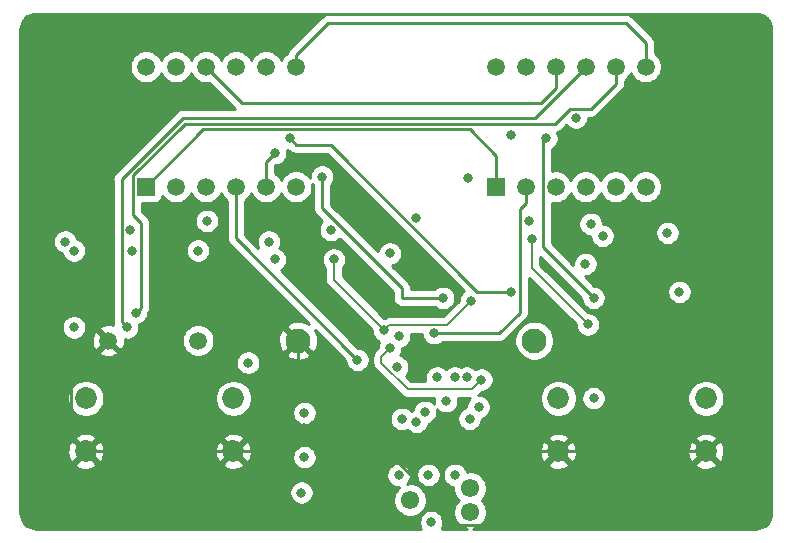
<source format=gbr>
%TF.GenerationSoftware,KiCad,Pcbnew,(5.1.10)-1*%
%TF.CreationDate,2021-09-21T22:06:55+02:00*%
%TF.ProjectId,StopWatch,53746f70-5761-4746-9368-2e6b69636164,rev?*%
%TF.SameCoordinates,Original*%
%TF.FileFunction,Copper,L2,Inr*%
%TF.FilePolarity,Positive*%
%FSLAX46Y46*%
G04 Gerber Fmt 4.6, Leading zero omitted, Abs format (unit mm)*
G04 Created by KiCad (PCBNEW (5.1.10)-1) date 2021-09-21 22:06:55*
%MOMM*%
%LPD*%
G01*
G04 APERTURE LIST*
%TA.AperFunction,ComponentPad*%
%ADD10C,1.850000*%
%TD*%
%TA.AperFunction,ComponentPad*%
%ADD11C,1.550000*%
%TD*%
%TA.AperFunction,ComponentPad*%
%ADD12C,1.500000*%
%TD*%
%TA.AperFunction,ComponentPad*%
%ADD13R,1.500000X1.500000*%
%TD*%
%TA.AperFunction,ComponentPad*%
%ADD14C,2.100000*%
%TD*%
%TA.AperFunction,ViaPad*%
%ADD15C,3.750000*%
%TD*%
%TA.AperFunction,ViaPad*%
%ADD16C,0.800000*%
%TD*%
%TA.AperFunction,Conductor*%
%ADD17C,0.250000*%
%TD*%
%TA.AperFunction,Conductor*%
%ADD18C,0.200000*%
%TD*%
%TA.AperFunction,Conductor*%
%ADD19C,0.254000*%
%TD*%
%TA.AperFunction,Conductor*%
%ADD20C,0.100000*%
%TD*%
G04 APERTURE END LIST*
D10*
%TO.N,Net-(R15-Pad1)*%
%TO.C,S2*%
X32252000Y-64256000D03*
X44752000Y-64256000D03*
%TO.N,gnd*%
X32252000Y-68756000D03*
X44752000Y-68756000D03*
%TD*%
D11*
%TO.N,N/C*%
%TO.C,J1*%
X64790000Y-73901000D03*
X64790000Y-71869000D03*
X59710000Y-72885000D03*
%TD*%
D12*
%TO.N,/D_g*%
%TO.C,U3*%
X77120000Y-46360000D03*
%TO.N,/D_a*%
X69500000Y-36200000D03*
%TO.N,/CC_5*%
X66960000Y-36200000D03*
%TO.N,/D_f*%
X72040000Y-36200000D03*
%TO.N,/CC_6*%
X74580000Y-36200000D03*
%TO.N,/CC_7*%
X77120000Y-36200000D03*
%TO.N,/CC_8*%
X79660000Y-46360000D03*
%TO.N,/D_b*%
X79660000Y-36200000D03*
%TO.N,/D_dp*%
X72040000Y-46360000D03*
%TO.N,/D_c*%
X74580000Y-46360000D03*
D13*
%TO.N,/D_e*%
X66960000Y-46360000D03*
D12*
%TO.N,/D_d*%
X69500000Y-46360000D03*
%TD*%
%TO.N,/CC_1*%
%TO.C,U1*%
X37350000Y-36200000D03*
%TO.N,/D_a*%
X39890000Y-36200000D03*
%TO.N,/D_f*%
X42430000Y-36200000D03*
%TO.N,/CC_2*%
X44970000Y-36200000D03*
%TO.N,/CC_3*%
X47510000Y-36200000D03*
%TO.N,/D_b*%
X50050000Y-36200000D03*
%TO.N,/CC_4*%
X50050000Y-46360000D03*
%TO.N,/D_g*%
X47510000Y-46360000D03*
%TO.N,/D_c*%
X44970000Y-46360000D03*
%TO.N,/D_dp*%
X42430000Y-46360000D03*
%TO.N,/D_d*%
X39890000Y-46360000D03*
D13*
%TO.N,/D_e*%
X37350000Y-46360000D03*
%TD*%
D10*
%TO.N,Net-(R11-Pad1)*%
%TO.C,S1*%
X72252000Y-64256000D03*
X84752000Y-64256000D03*
%TO.N,gnd*%
X72252000Y-68756000D03*
X84752000Y-68756000D03*
%TD*%
D14*
%TO.N,gnd*%
%TO.C,U2*%
X50228500Y-59378700D03*
%TO.N,+3V*%
X70228500Y-59378700D03*
%TD*%
D12*
%TO.N,gnd*%
%TO.C,LS1*%
X34157600Y-59378700D03*
%TO.N,Net-(LS1-Pad1)*%
X41757600Y-59378700D03*
%TD*%
D15*
%TO.N,gnd*%
X28500000Y-33500000D03*
X88500000Y-33500000D03*
X28500000Y-73500000D03*
X88500000Y-73500000D03*
D16*
X62750000Y-74500000D03*
X66000000Y-69250000D03*
X69250000Y-65250000D03*
X55500000Y-67000000D03*
X50750000Y-66750000D03*
X76000000Y-52000000D03*
X81250000Y-52750000D03*
X77500000Y-60750000D03*
%TO.N,+3V*%
X61250000Y-70750000D03*
X50750000Y-65500000D03*
X46000000Y-61250000D03*
%TO.N,/B_1*%
X63500000Y-70750000D03*
X64750000Y-66000000D03*
X50500000Y-72250000D03*
%TO.N,/D_a*%
X65500000Y-65000000D03*
X75000000Y-49500000D03*
X73750000Y-40500000D03*
%TO.N,/D_b*%
X62755025Y-64505025D03*
X58000000Y-52000000D03*
%TO.N,/D_c*%
X58619975Y-61630025D03*
X55250000Y-61000000D03*
%TO.N,/C_1*%
X60950000Y-65417948D03*
X69750000Y-49250000D03*
%TO.N,/C_2*%
X60250000Y-66250000D03*
X60250000Y-49000000D03*
X42500000Y-49250000D03*
%TO.N,/C_3*%
X59000000Y-66000000D03*
X36000000Y-50000000D03*
X53000000Y-50000000D03*
%TO.N,/C_4*%
X58750000Y-59000000D03*
X30500000Y-51000000D03*
X47750000Y-51000000D03*
%TO.N,/D_dp*%
X62000000Y-62500000D03*
%TO.N,/D_g*%
X48250000Y-43500000D03*
X68229846Y-41979846D03*
%TO.N,/D_d*%
X61743615Y-58743615D03*
%TO.N,/D_e*%
X64604846Y-45604846D03*
%TO.N,/C_Buzzer*%
X65750000Y-62675000D03*
X58000000Y-60000000D03*
%TO.N,/CC_1*%
X68249847Y-55224847D03*
X49500000Y-42250000D03*
%TO.N,/CC_2*%
X62500000Y-55750000D03*
X52250000Y-45500000D03*
%TO.N,Net-(R11-Pad1)*%
X75250000Y-64250000D03*
%TO.N,/MCLR*%
X61500000Y-74750000D03*
X63500000Y-62500000D03*
%TO.N,/C_U13*%
X50750000Y-69250000D03*
X64500000Y-62500000D03*
X76000000Y-50500000D03*
%TO.N,/C_display*%
X58737347Y-70762653D03*
X81500000Y-50250000D03*
%TO.N,/U3*%
X48250000Y-52500000D03*
X53250000Y-52500000D03*
X57500000Y-58500000D03*
X64873946Y-56000000D03*
X74550000Y-52880025D03*
X82500000Y-55250000D03*
%TO.N,/U1*%
X31250000Y-51750000D03*
X41750000Y-51750000D03*
X36174999Y-51750000D03*
X70000000Y-50750000D03*
X74750000Y-58000000D03*
%TO.N,/CC_5*%
X75250000Y-55750000D03*
X71250000Y-42250000D03*
%TO.N,/CC_6*%
X35750000Y-58250000D03*
%TO.N,/CC_7*%
X36500000Y-57000000D03*
%TO.N,/CC_8*%
X31250000Y-58250000D03*
%TD*%
D17*
%TO.N,gnd*%
X72252000Y-68756000D02*
X84752000Y-68756000D01*
X32252000Y-68756000D02*
X44752000Y-68756000D01*
X63251001Y-75001001D02*
X66248999Y-75001001D01*
X62750000Y-74500000D02*
X63251001Y-75001001D01*
X72252000Y-68998000D02*
X72252000Y-68756000D01*
X66248999Y-75001001D02*
X72252000Y-68998000D01*
X72252000Y-68756000D02*
X66494000Y-68756000D01*
X66494000Y-68756000D02*
X66000000Y-69250000D01*
X72252000Y-68756000D02*
X69250000Y-65754000D01*
X69250000Y-65754000D02*
X69250000Y-65250000D01*
X62750000Y-74500000D02*
X62750000Y-73750000D01*
X62750000Y-73750000D02*
X56000000Y-67000000D01*
X56000000Y-67000000D02*
X55500000Y-67000000D01*
X55500000Y-64650200D02*
X50228500Y-59378700D01*
X55500000Y-67000000D02*
X55500000Y-64650200D01*
X50228500Y-63279500D02*
X50228500Y-59378700D01*
X44752000Y-68756000D02*
X50228500Y-63279500D01*
X31001999Y-62534301D02*
X34157600Y-59378700D01*
X31001999Y-67505999D02*
X31001999Y-62534301D01*
X32252000Y-68756000D02*
X31001999Y-67505999D01*
X44752000Y-68756000D02*
X48744000Y-68756000D01*
X48744000Y-68756000D02*
X50750000Y-66750000D01*
X86002001Y-67505999D02*
X86002001Y-67497999D01*
X84752000Y-68756000D02*
X86002001Y-67505999D01*
X86002001Y-67497999D02*
X86250000Y-67250000D01*
X86250000Y-67250000D02*
X86250000Y-56000000D01*
X83000000Y-52750000D02*
X81250000Y-52750000D01*
X86250000Y-56000000D02*
X83000000Y-52750000D01*
X84752000Y-68756000D02*
X77500000Y-61504000D01*
X77500000Y-61504000D02*
X77500000Y-60750000D01*
%TO.N,/D_b*%
X79660000Y-36200000D02*
X79660000Y-34160000D01*
X79660000Y-34160000D02*
X78000000Y-32500000D01*
X78000000Y-32500000D02*
X52750000Y-32500000D01*
X50050000Y-35200000D02*
X50050000Y-36200000D01*
X52750000Y-32500000D02*
X50050000Y-35200000D01*
%TO.N,/D_c*%
X44970000Y-50720000D02*
X44970000Y-46360000D01*
X55250000Y-61000000D02*
X44970000Y-50720000D01*
%TO.N,/D_g*%
X47510000Y-44240000D02*
X48250000Y-43500000D01*
X47510000Y-46360000D02*
X47510000Y-44240000D01*
%TO.N,/D_d*%
X69500000Y-46360000D02*
X69500000Y-47750000D01*
X69500000Y-47750000D02*
X69000000Y-48250000D01*
X61743615Y-58743615D02*
X67256385Y-58743615D01*
X69000000Y-57000000D02*
X69000000Y-48250000D01*
X67256385Y-58743615D02*
X69000000Y-57000000D01*
%TO.N,/D_e*%
X66960000Y-46360000D02*
X66960000Y-43710000D01*
X66960000Y-43710000D02*
X64750000Y-41500000D01*
X42210000Y-41500000D02*
X37350000Y-46360000D01*
X64750000Y-41500000D02*
X42210000Y-41500000D01*
%TO.N,/D_f*%
X72040000Y-36200000D02*
X72040000Y-37960000D01*
X72040000Y-37960000D02*
X70750000Y-39250000D01*
X45480000Y-39250000D02*
X42430000Y-36200000D01*
X70750000Y-39250000D02*
X45480000Y-39250000D01*
D18*
%TO.N,/C_Buzzer*%
X65750000Y-62675000D02*
X64925000Y-63500000D01*
X64925000Y-63500000D02*
X59500000Y-63500000D01*
X59500000Y-63500000D02*
X57250000Y-61250000D01*
X57250000Y-61250000D02*
X57250000Y-60750000D01*
X57250000Y-60750000D02*
X58000000Y-60000000D01*
D17*
%TO.N,/CC_1*%
X65401845Y-55224847D02*
X53000000Y-42823002D01*
X68249847Y-55224847D02*
X65401845Y-55224847D01*
X50073002Y-42823002D02*
X49500000Y-42250000D01*
X53000000Y-42823002D02*
X50073002Y-42823002D01*
%TO.N,/CC_2*%
X62500000Y-55750000D02*
X59000000Y-55750000D01*
X59000000Y-54926998D02*
X52250000Y-48176998D01*
X59000000Y-55750000D02*
X59000000Y-54926998D01*
X52250000Y-48176998D02*
X52250000Y-45500000D01*
D18*
%TO.N,/U3*%
X53250000Y-54250000D02*
X57500000Y-58500000D01*
X53250000Y-52500000D02*
X53250000Y-54250000D01*
X62830332Y-58043614D02*
X64873946Y-56000000D01*
X57956386Y-58043614D02*
X62830332Y-58043614D01*
X57500000Y-58500000D02*
X57956386Y-58043614D01*
%TO.N,/U1*%
X70000000Y-53250000D02*
X70000000Y-50750000D01*
X74750000Y-58000000D02*
X70000000Y-53250000D01*
D17*
%TO.N,/CC_5*%
X70964999Y-51464999D02*
X70964999Y-42535001D01*
X75250000Y-55750000D02*
X70964999Y-51464999D01*
X70964999Y-42535001D02*
X71250000Y-42250000D01*
%TO.N,/CC_6*%
X70280000Y-40500000D02*
X74580000Y-36200000D01*
X40488588Y-40500000D02*
X70280000Y-40500000D01*
X35274999Y-45713589D02*
X40488588Y-40500000D01*
X35274999Y-57774999D02*
X35274999Y-45713589D01*
X35750000Y-58250000D02*
X35274999Y-57774999D01*
%TO.N,/CC_7*%
X77120000Y-37630000D02*
X77120000Y-36200000D01*
X72000000Y-41000000D02*
X73250000Y-39750000D01*
X73250000Y-39750000D02*
X75000000Y-39750000D01*
X40624998Y-41000000D02*
X72000000Y-41000000D01*
X36899999Y-49399999D02*
X36274999Y-48774999D01*
X36274999Y-48774999D02*
X36274999Y-45349999D01*
X36899999Y-56600001D02*
X36899999Y-49399999D01*
X75000000Y-39750000D02*
X77120000Y-37630000D01*
X36274999Y-45349999D02*
X40624998Y-41000000D01*
X36500000Y-57000000D02*
X36899999Y-56600001D01*
%TD*%
D19*
%TO.N,gnd*%
X89249899Y-31737907D02*
X89490285Y-31810484D01*
X89711991Y-31928368D01*
X89906577Y-32087068D01*
X90066635Y-32280545D01*
X90186064Y-32501424D01*
X90260317Y-32741297D01*
X90290000Y-33023716D01*
X90290001Y-73965269D01*
X90262093Y-74249899D01*
X90189517Y-74490282D01*
X90071633Y-74711989D01*
X89912929Y-74906580D01*
X89719455Y-75066635D01*
X89498576Y-75186064D01*
X89258701Y-75260317D01*
X88976291Y-75290000D01*
X65034446Y-75290000D01*
X65201282Y-75256814D01*
X65457885Y-75150525D01*
X65688822Y-74996218D01*
X65885218Y-74799822D01*
X66039525Y-74568885D01*
X66145814Y-74312282D01*
X66200000Y-74039873D01*
X66200000Y-73762127D01*
X66145814Y-73489718D01*
X66039525Y-73233115D01*
X65885218Y-73002178D01*
X65768040Y-72885000D01*
X65885218Y-72767822D01*
X66039525Y-72536885D01*
X66145814Y-72280282D01*
X66200000Y-72007873D01*
X66200000Y-71730127D01*
X66145814Y-71457718D01*
X66039525Y-71201115D01*
X65885218Y-70970178D01*
X65688822Y-70773782D01*
X65457885Y-70619475D01*
X65201282Y-70513186D01*
X64928873Y-70459000D01*
X64651127Y-70459000D01*
X64503245Y-70488416D01*
X64495226Y-70448102D01*
X64417205Y-70259744D01*
X64303937Y-70090226D01*
X64159774Y-69946063D01*
X63997922Y-69837917D01*
X71349688Y-69837917D01*
X71436393Y-70094653D01*
X71713223Y-70228048D01*
X72010757Y-70304873D01*
X72317562Y-70322176D01*
X72621848Y-70279292D01*
X72911921Y-70177868D01*
X73067607Y-70094653D01*
X73154312Y-69837917D01*
X83849688Y-69837917D01*
X83936393Y-70094653D01*
X84213223Y-70228048D01*
X84510757Y-70304873D01*
X84817562Y-70322176D01*
X85121848Y-70279292D01*
X85411921Y-70177868D01*
X85567607Y-70094653D01*
X85654312Y-69837917D01*
X84752000Y-68935605D01*
X83849688Y-69837917D01*
X73154312Y-69837917D01*
X72252000Y-68935605D01*
X71349688Y-69837917D01*
X63997922Y-69837917D01*
X63990256Y-69832795D01*
X63801898Y-69754774D01*
X63601939Y-69715000D01*
X63398061Y-69715000D01*
X63198102Y-69754774D01*
X63009744Y-69832795D01*
X62840226Y-69946063D01*
X62696063Y-70090226D01*
X62582795Y-70259744D01*
X62504774Y-70448102D01*
X62465000Y-70648061D01*
X62465000Y-70851939D01*
X62504774Y-71051898D01*
X62582795Y-71240256D01*
X62696063Y-71409774D01*
X62840226Y-71553937D01*
X63009744Y-71667205D01*
X63198102Y-71745226D01*
X63380000Y-71781407D01*
X63380000Y-72007873D01*
X63434186Y-72280282D01*
X63540475Y-72536885D01*
X63694782Y-72767822D01*
X63811960Y-72885000D01*
X63694782Y-73002178D01*
X63540475Y-73233115D01*
X63434186Y-73489718D01*
X63380000Y-73762127D01*
X63380000Y-74039873D01*
X63434186Y-74312282D01*
X63540475Y-74568885D01*
X63694782Y-74799822D01*
X63891178Y-74996218D01*
X64122115Y-75150525D01*
X64378718Y-75256814D01*
X64545554Y-75290000D01*
X62383967Y-75290000D01*
X62417205Y-75240256D01*
X62495226Y-75051898D01*
X62535000Y-74851939D01*
X62535000Y-74648061D01*
X62495226Y-74448102D01*
X62417205Y-74259744D01*
X62303937Y-74090226D01*
X62159774Y-73946063D01*
X61990256Y-73832795D01*
X61801898Y-73754774D01*
X61601939Y-73715000D01*
X61398061Y-73715000D01*
X61198102Y-73754774D01*
X61009744Y-73832795D01*
X60840226Y-73946063D01*
X60696063Y-74090226D01*
X60582795Y-74259744D01*
X60504774Y-74448102D01*
X60465000Y-74648061D01*
X60465000Y-74851939D01*
X60504774Y-75051898D01*
X60582795Y-75240256D01*
X60616033Y-75290000D01*
X28034721Y-75290000D01*
X27750101Y-75262093D01*
X27509718Y-75189517D01*
X27288011Y-75071633D01*
X27093420Y-74912929D01*
X26933365Y-74719455D01*
X26813936Y-74498576D01*
X26739683Y-74258701D01*
X26710000Y-73976291D01*
X26710000Y-72148061D01*
X49465000Y-72148061D01*
X49465000Y-72351939D01*
X49504774Y-72551898D01*
X49582795Y-72740256D01*
X49696063Y-72909774D01*
X49840226Y-73053937D01*
X50009744Y-73167205D01*
X50198102Y-73245226D01*
X50398061Y-73285000D01*
X50601939Y-73285000D01*
X50801898Y-73245226D01*
X50990256Y-73167205D01*
X51159774Y-73053937D01*
X51303937Y-72909774D01*
X51417205Y-72740256D01*
X51495226Y-72551898D01*
X51535000Y-72351939D01*
X51535000Y-72148061D01*
X51495226Y-71948102D01*
X51417205Y-71759744D01*
X51303937Y-71590226D01*
X51159774Y-71446063D01*
X50990256Y-71332795D01*
X50801898Y-71254774D01*
X50601939Y-71215000D01*
X50398061Y-71215000D01*
X50198102Y-71254774D01*
X50009744Y-71332795D01*
X49840226Y-71446063D01*
X49696063Y-71590226D01*
X49582795Y-71759744D01*
X49504774Y-71948102D01*
X49465000Y-72148061D01*
X26710000Y-72148061D01*
X26710000Y-70660714D01*
X57702347Y-70660714D01*
X57702347Y-70864592D01*
X57742121Y-71064551D01*
X57820142Y-71252909D01*
X57933410Y-71422427D01*
X58077573Y-71566590D01*
X58247091Y-71679858D01*
X58435449Y-71757879D01*
X58635408Y-71797653D01*
X58803307Y-71797653D01*
X58614782Y-71986178D01*
X58460475Y-72217115D01*
X58354186Y-72473718D01*
X58300000Y-72746127D01*
X58300000Y-73023873D01*
X58354186Y-73296282D01*
X58460475Y-73552885D01*
X58614782Y-73783822D01*
X58811178Y-73980218D01*
X59042115Y-74134525D01*
X59298718Y-74240814D01*
X59571127Y-74295000D01*
X59848873Y-74295000D01*
X60121282Y-74240814D01*
X60377885Y-74134525D01*
X60608822Y-73980218D01*
X60805218Y-73783822D01*
X60959525Y-73552885D01*
X61065814Y-73296282D01*
X61120000Y-73023873D01*
X61120000Y-72746127D01*
X61065814Y-72473718D01*
X60959525Y-72217115D01*
X60805218Y-71986178D01*
X60608822Y-71789782D01*
X60377885Y-71635475D01*
X60121282Y-71529186D01*
X59848873Y-71475000D01*
X59571127Y-71475000D01*
X59468247Y-71495464D01*
X59541284Y-71422427D01*
X59654552Y-71252909D01*
X59732573Y-71064551D01*
X59772347Y-70864592D01*
X59772347Y-70660714D01*
X59769831Y-70648061D01*
X60215000Y-70648061D01*
X60215000Y-70851939D01*
X60254774Y-71051898D01*
X60332795Y-71240256D01*
X60446063Y-71409774D01*
X60590226Y-71553937D01*
X60759744Y-71667205D01*
X60948102Y-71745226D01*
X61148061Y-71785000D01*
X61351939Y-71785000D01*
X61551898Y-71745226D01*
X61740256Y-71667205D01*
X61909774Y-71553937D01*
X62053937Y-71409774D01*
X62167205Y-71240256D01*
X62245226Y-71051898D01*
X62285000Y-70851939D01*
X62285000Y-70648061D01*
X62245226Y-70448102D01*
X62167205Y-70259744D01*
X62053937Y-70090226D01*
X61909774Y-69946063D01*
X61740256Y-69832795D01*
X61551898Y-69754774D01*
X61351939Y-69715000D01*
X61148061Y-69715000D01*
X60948102Y-69754774D01*
X60759744Y-69832795D01*
X60590226Y-69946063D01*
X60446063Y-70090226D01*
X60332795Y-70259744D01*
X60254774Y-70448102D01*
X60215000Y-70648061D01*
X59769831Y-70648061D01*
X59732573Y-70460755D01*
X59654552Y-70272397D01*
X59541284Y-70102879D01*
X59397121Y-69958716D01*
X59227603Y-69845448D01*
X59039245Y-69767427D01*
X58839286Y-69727653D01*
X58635408Y-69727653D01*
X58435449Y-69767427D01*
X58247091Y-69845448D01*
X58077573Y-69958716D01*
X57933410Y-70102879D01*
X57820142Y-70272397D01*
X57742121Y-70460755D01*
X57702347Y-70660714D01*
X26710000Y-70660714D01*
X26710000Y-69837917D01*
X31349688Y-69837917D01*
X31436393Y-70094653D01*
X31713223Y-70228048D01*
X32010757Y-70304873D01*
X32317562Y-70322176D01*
X32621848Y-70279292D01*
X32911921Y-70177868D01*
X33067607Y-70094653D01*
X33154312Y-69837917D01*
X43849688Y-69837917D01*
X43936393Y-70094653D01*
X44213223Y-70228048D01*
X44510757Y-70304873D01*
X44817562Y-70322176D01*
X45121848Y-70279292D01*
X45411921Y-70177868D01*
X45567607Y-70094653D01*
X45654312Y-69837917D01*
X44752000Y-68935605D01*
X43849688Y-69837917D01*
X33154312Y-69837917D01*
X32252000Y-68935605D01*
X31349688Y-69837917D01*
X26710000Y-69837917D01*
X26710000Y-68821562D01*
X30685824Y-68821562D01*
X30728708Y-69125848D01*
X30830132Y-69415921D01*
X30913347Y-69571607D01*
X31170083Y-69658312D01*
X32072395Y-68756000D01*
X32431605Y-68756000D01*
X33333917Y-69658312D01*
X33590653Y-69571607D01*
X33724048Y-69294777D01*
X33800873Y-68997243D01*
X33810780Y-68821562D01*
X43185824Y-68821562D01*
X43228708Y-69125848D01*
X43330132Y-69415921D01*
X43413347Y-69571607D01*
X43670083Y-69658312D01*
X44572395Y-68756000D01*
X44931605Y-68756000D01*
X45833917Y-69658312D01*
X46090653Y-69571607D01*
X46224048Y-69294777D01*
X46261930Y-69148061D01*
X49715000Y-69148061D01*
X49715000Y-69351939D01*
X49754774Y-69551898D01*
X49832795Y-69740256D01*
X49946063Y-69909774D01*
X50090226Y-70053937D01*
X50259744Y-70167205D01*
X50448102Y-70245226D01*
X50648061Y-70285000D01*
X50851939Y-70285000D01*
X51051898Y-70245226D01*
X51240256Y-70167205D01*
X51409774Y-70053937D01*
X51553937Y-69909774D01*
X51667205Y-69740256D01*
X51745226Y-69551898D01*
X51785000Y-69351939D01*
X51785000Y-69148061D01*
X51745226Y-68948102D01*
X51692812Y-68821562D01*
X70685824Y-68821562D01*
X70728708Y-69125848D01*
X70830132Y-69415921D01*
X70913347Y-69571607D01*
X71170083Y-69658312D01*
X72072395Y-68756000D01*
X72431605Y-68756000D01*
X73333917Y-69658312D01*
X73590653Y-69571607D01*
X73724048Y-69294777D01*
X73800873Y-68997243D01*
X73810780Y-68821562D01*
X83185824Y-68821562D01*
X83228708Y-69125848D01*
X83330132Y-69415921D01*
X83413347Y-69571607D01*
X83670083Y-69658312D01*
X84572395Y-68756000D01*
X84931605Y-68756000D01*
X85833917Y-69658312D01*
X86090653Y-69571607D01*
X86224048Y-69294777D01*
X86300873Y-68997243D01*
X86318176Y-68690438D01*
X86275292Y-68386152D01*
X86173868Y-68096079D01*
X86090653Y-67940393D01*
X85833917Y-67853688D01*
X84931605Y-68756000D01*
X84572395Y-68756000D01*
X83670083Y-67853688D01*
X83413347Y-67940393D01*
X83279952Y-68217223D01*
X83203127Y-68514757D01*
X83185824Y-68821562D01*
X73810780Y-68821562D01*
X73818176Y-68690438D01*
X73775292Y-68386152D01*
X73673868Y-68096079D01*
X73590653Y-67940393D01*
X73333917Y-67853688D01*
X72431605Y-68756000D01*
X72072395Y-68756000D01*
X71170083Y-67853688D01*
X70913347Y-67940393D01*
X70779952Y-68217223D01*
X70703127Y-68514757D01*
X70685824Y-68821562D01*
X51692812Y-68821562D01*
X51667205Y-68759744D01*
X51553937Y-68590226D01*
X51409774Y-68446063D01*
X51240256Y-68332795D01*
X51051898Y-68254774D01*
X50851939Y-68215000D01*
X50648061Y-68215000D01*
X50448102Y-68254774D01*
X50259744Y-68332795D01*
X50090226Y-68446063D01*
X49946063Y-68590226D01*
X49832795Y-68759744D01*
X49754774Y-68948102D01*
X49715000Y-69148061D01*
X46261930Y-69148061D01*
X46300873Y-68997243D01*
X46318176Y-68690438D01*
X46275292Y-68386152D01*
X46173868Y-68096079D01*
X46090653Y-67940393D01*
X45833917Y-67853688D01*
X44931605Y-68756000D01*
X44572395Y-68756000D01*
X43670083Y-67853688D01*
X43413347Y-67940393D01*
X43279952Y-68217223D01*
X43203127Y-68514757D01*
X43185824Y-68821562D01*
X33810780Y-68821562D01*
X33818176Y-68690438D01*
X33775292Y-68386152D01*
X33673868Y-68096079D01*
X33590653Y-67940393D01*
X33333917Y-67853688D01*
X32431605Y-68756000D01*
X32072395Y-68756000D01*
X31170083Y-67853688D01*
X30913347Y-67940393D01*
X30779952Y-68217223D01*
X30703127Y-68514757D01*
X30685824Y-68821562D01*
X26710000Y-68821562D01*
X26710000Y-67674083D01*
X31349688Y-67674083D01*
X32252000Y-68576395D01*
X33154312Y-67674083D01*
X43849688Y-67674083D01*
X44752000Y-68576395D01*
X45654312Y-67674083D01*
X71349688Y-67674083D01*
X72252000Y-68576395D01*
X73154312Y-67674083D01*
X83849688Y-67674083D01*
X84752000Y-68576395D01*
X85654312Y-67674083D01*
X85567607Y-67417347D01*
X85290777Y-67283952D01*
X84993243Y-67207127D01*
X84686438Y-67189824D01*
X84382152Y-67232708D01*
X84092079Y-67334132D01*
X83936393Y-67417347D01*
X83849688Y-67674083D01*
X73154312Y-67674083D01*
X73067607Y-67417347D01*
X72790777Y-67283952D01*
X72493243Y-67207127D01*
X72186438Y-67189824D01*
X71882152Y-67232708D01*
X71592079Y-67334132D01*
X71436393Y-67417347D01*
X71349688Y-67674083D01*
X45654312Y-67674083D01*
X45567607Y-67417347D01*
X45290777Y-67283952D01*
X44993243Y-67207127D01*
X44686438Y-67189824D01*
X44382152Y-67232708D01*
X44092079Y-67334132D01*
X43936393Y-67417347D01*
X43849688Y-67674083D01*
X33154312Y-67674083D01*
X33067607Y-67417347D01*
X32790777Y-67283952D01*
X32493243Y-67207127D01*
X32186438Y-67189824D01*
X31882152Y-67232708D01*
X31592079Y-67334132D01*
X31436393Y-67417347D01*
X31349688Y-67674083D01*
X26710000Y-67674083D01*
X26710000Y-64102353D01*
X30692000Y-64102353D01*
X30692000Y-64409647D01*
X30751950Y-64711035D01*
X30869546Y-64994937D01*
X31040269Y-65250442D01*
X31257558Y-65467731D01*
X31513063Y-65638454D01*
X31796965Y-65756050D01*
X32098353Y-65816000D01*
X32405647Y-65816000D01*
X32707035Y-65756050D01*
X32990937Y-65638454D01*
X33246442Y-65467731D01*
X33463731Y-65250442D01*
X33634454Y-64994937D01*
X33752050Y-64711035D01*
X33812000Y-64409647D01*
X33812000Y-64102353D01*
X43192000Y-64102353D01*
X43192000Y-64409647D01*
X43251950Y-64711035D01*
X43369546Y-64994937D01*
X43540269Y-65250442D01*
X43757558Y-65467731D01*
X44013063Y-65638454D01*
X44296965Y-65756050D01*
X44598353Y-65816000D01*
X44905647Y-65816000D01*
X45207035Y-65756050D01*
X45490937Y-65638454D01*
X45746442Y-65467731D01*
X45816112Y-65398061D01*
X49715000Y-65398061D01*
X49715000Y-65601939D01*
X49754774Y-65801898D01*
X49832795Y-65990256D01*
X49946063Y-66159774D01*
X50090226Y-66303937D01*
X50259744Y-66417205D01*
X50448102Y-66495226D01*
X50648061Y-66535000D01*
X50851939Y-66535000D01*
X51051898Y-66495226D01*
X51240256Y-66417205D01*
X51409774Y-66303937D01*
X51553937Y-66159774D01*
X51667205Y-65990256D01*
X51745226Y-65801898D01*
X51785000Y-65601939D01*
X51785000Y-65398061D01*
X51745226Y-65198102D01*
X51667205Y-65009744D01*
X51553937Y-64840226D01*
X51409774Y-64696063D01*
X51240256Y-64582795D01*
X51051898Y-64504774D01*
X50851939Y-64465000D01*
X50648061Y-64465000D01*
X50448102Y-64504774D01*
X50259744Y-64582795D01*
X50090226Y-64696063D01*
X49946063Y-64840226D01*
X49832795Y-65009744D01*
X49754774Y-65198102D01*
X49715000Y-65398061D01*
X45816112Y-65398061D01*
X45963731Y-65250442D01*
X46134454Y-64994937D01*
X46252050Y-64711035D01*
X46312000Y-64409647D01*
X46312000Y-64102353D01*
X46252050Y-63800965D01*
X46134454Y-63517063D01*
X45963731Y-63261558D01*
X45746442Y-63044269D01*
X45490937Y-62873546D01*
X45207035Y-62755950D01*
X44905647Y-62696000D01*
X44598353Y-62696000D01*
X44296965Y-62755950D01*
X44013063Y-62873546D01*
X43757558Y-63044269D01*
X43540269Y-63261558D01*
X43369546Y-63517063D01*
X43251950Y-63800965D01*
X43192000Y-64102353D01*
X33812000Y-64102353D01*
X33752050Y-63800965D01*
X33634454Y-63517063D01*
X33463731Y-63261558D01*
X33246442Y-63044269D01*
X32990937Y-62873546D01*
X32707035Y-62755950D01*
X32405647Y-62696000D01*
X32098353Y-62696000D01*
X31796965Y-62755950D01*
X31513063Y-62873546D01*
X31257558Y-63044269D01*
X31040269Y-63261558D01*
X30869546Y-63517063D01*
X30751950Y-63800965D01*
X30692000Y-64102353D01*
X26710000Y-64102353D01*
X26710000Y-61148061D01*
X44965000Y-61148061D01*
X44965000Y-61351939D01*
X45004774Y-61551898D01*
X45082795Y-61740256D01*
X45196063Y-61909774D01*
X45340226Y-62053937D01*
X45509744Y-62167205D01*
X45698102Y-62245226D01*
X45898061Y-62285000D01*
X46101939Y-62285000D01*
X46301898Y-62245226D01*
X46490256Y-62167205D01*
X46659774Y-62053937D01*
X46803937Y-61909774D01*
X46917205Y-61740256D01*
X46995226Y-61551898D01*
X47035000Y-61351939D01*
X47035000Y-61148061D01*
X46995226Y-60948102D01*
X46917205Y-60759744D01*
X46803937Y-60590226D01*
X46763477Y-60549766D01*
X49237039Y-60549766D01*
X49338839Y-60819279D01*
X49636977Y-60965163D01*
X49957846Y-61050080D01*
X50289117Y-61070766D01*
X50618057Y-61026428D01*
X50932027Y-60918769D01*
X51118161Y-60819279D01*
X51219961Y-60549766D01*
X50228500Y-59558305D01*
X49237039Y-60549766D01*
X46763477Y-60549766D01*
X46659774Y-60446063D01*
X46490256Y-60332795D01*
X46301898Y-60254774D01*
X46101939Y-60215000D01*
X45898061Y-60215000D01*
X45698102Y-60254774D01*
X45509744Y-60332795D01*
X45340226Y-60446063D01*
X45196063Y-60590226D01*
X45082795Y-60759744D01*
X45004774Y-60948102D01*
X44965000Y-61148061D01*
X26710000Y-61148061D01*
X26710000Y-60335693D01*
X33380212Y-60335693D01*
X33445737Y-60574560D01*
X33692716Y-60690460D01*
X33957560Y-60755950D01*
X34230092Y-60768512D01*
X34499838Y-60727665D01*
X34756432Y-60634977D01*
X34869463Y-60574560D01*
X34934988Y-60335693D01*
X34157600Y-59558305D01*
X33380212Y-60335693D01*
X26710000Y-60335693D01*
X26710000Y-59451192D01*
X32767788Y-59451192D01*
X32808635Y-59720938D01*
X32901323Y-59977532D01*
X32961740Y-60090563D01*
X33200607Y-60156088D01*
X33977995Y-59378700D01*
X33200607Y-58601312D01*
X32961740Y-58666837D01*
X32845840Y-58913816D01*
X32780350Y-59178660D01*
X32767788Y-59451192D01*
X26710000Y-59451192D01*
X26710000Y-58148061D01*
X30215000Y-58148061D01*
X30215000Y-58351939D01*
X30254774Y-58551898D01*
X30332795Y-58740256D01*
X30446063Y-58909774D01*
X30590226Y-59053937D01*
X30759744Y-59167205D01*
X30948102Y-59245226D01*
X31148061Y-59285000D01*
X31351939Y-59285000D01*
X31551898Y-59245226D01*
X31740256Y-59167205D01*
X31909774Y-59053937D01*
X32053937Y-58909774D01*
X32167205Y-58740256D01*
X32245226Y-58551898D01*
X32271122Y-58421707D01*
X33380212Y-58421707D01*
X34157600Y-59199095D01*
X34171743Y-59184953D01*
X34351348Y-59364558D01*
X34337205Y-59378700D01*
X35114593Y-60156088D01*
X35353460Y-60090563D01*
X35469360Y-59843584D01*
X35534850Y-59578740D01*
X35547412Y-59306208D01*
X35540975Y-59263699D01*
X35648061Y-59285000D01*
X35851939Y-59285000D01*
X36051898Y-59245226D01*
X36058988Y-59242289D01*
X40372600Y-59242289D01*
X40372600Y-59515111D01*
X40425825Y-59782689D01*
X40530229Y-60034743D01*
X40681801Y-60261586D01*
X40874714Y-60454499D01*
X41101557Y-60606071D01*
X41353611Y-60710475D01*
X41621189Y-60763700D01*
X41894011Y-60763700D01*
X42161589Y-60710475D01*
X42413643Y-60606071D01*
X42640486Y-60454499D01*
X42833399Y-60261586D01*
X42984971Y-60034743D01*
X43089375Y-59782689D01*
X43142600Y-59515111D01*
X43142600Y-59439317D01*
X48536434Y-59439317D01*
X48580772Y-59768257D01*
X48688431Y-60082227D01*
X48787921Y-60268361D01*
X49057434Y-60370161D01*
X50048895Y-59378700D01*
X49057434Y-58387239D01*
X48787921Y-58489039D01*
X48642037Y-58787177D01*
X48557120Y-59108046D01*
X48536434Y-59439317D01*
X43142600Y-59439317D01*
X43142600Y-59242289D01*
X43089375Y-58974711D01*
X42984971Y-58722657D01*
X42833399Y-58495814D01*
X42640486Y-58302901D01*
X42413643Y-58151329D01*
X42161589Y-58046925D01*
X41894011Y-57993700D01*
X41621189Y-57993700D01*
X41353611Y-58046925D01*
X41101557Y-58151329D01*
X40874714Y-58302901D01*
X40681801Y-58495814D01*
X40530229Y-58722657D01*
X40425825Y-58974711D01*
X40372600Y-59242289D01*
X36058988Y-59242289D01*
X36240256Y-59167205D01*
X36409774Y-59053937D01*
X36553937Y-58909774D01*
X36667205Y-58740256D01*
X36745226Y-58551898D01*
X36785000Y-58351939D01*
X36785000Y-58148061D01*
X36756400Y-58004276D01*
X36801898Y-57995226D01*
X36990256Y-57917205D01*
X37159774Y-57803937D01*
X37303937Y-57659774D01*
X37417205Y-57490256D01*
X37495226Y-57301898D01*
X37535000Y-57101939D01*
X37535000Y-57024226D01*
X37605545Y-56892248D01*
X37649002Y-56748987D01*
X37659999Y-56637334D01*
X37659999Y-56637324D01*
X37663675Y-56600002D01*
X37659999Y-56562679D01*
X37659999Y-51648061D01*
X40715000Y-51648061D01*
X40715000Y-51851939D01*
X40754774Y-52051898D01*
X40832795Y-52240256D01*
X40946063Y-52409774D01*
X41090226Y-52553937D01*
X41259744Y-52667205D01*
X41448102Y-52745226D01*
X41648061Y-52785000D01*
X41851939Y-52785000D01*
X42051898Y-52745226D01*
X42240256Y-52667205D01*
X42409774Y-52553937D01*
X42553937Y-52409774D01*
X42667205Y-52240256D01*
X42745226Y-52051898D01*
X42785000Y-51851939D01*
X42785000Y-51648061D01*
X42745226Y-51448102D01*
X42667205Y-51259744D01*
X42553937Y-51090226D01*
X42409774Y-50946063D01*
X42240256Y-50832795D01*
X42051898Y-50754774D01*
X41851939Y-50715000D01*
X41648061Y-50715000D01*
X41448102Y-50754774D01*
X41259744Y-50832795D01*
X41090226Y-50946063D01*
X40946063Y-51090226D01*
X40832795Y-51259744D01*
X40754774Y-51448102D01*
X40715000Y-51648061D01*
X37659999Y-51648061D01*
X37659999Y-49437321D01*
X37663675Y-49399998D01*
X37659999Y-49362675D01*
X37659999Y-49362666D01*
X37649002Y-49251013D01*
X37617773Y-49148061D01*
X41465000Y-49148061D01*
X41465000Y-49351939D01*
X41504774Y-49551898D01*
X41582795Y-49740256D01*
X41696063Y-49909774D01*
X41840226Y-50053937D01*
X42009744Y-50167205D01*
X42198102Y-50245226D01*
X42398061Y-50285000D01*
X42601939Y-50285000D01*
X42801898Y-50245226D01*
X42990256Y-50167205D01*
X43159774Y-50053937D01*
X43303937Y-49909774D01*
X43417205Y-49740256D01*
X43495226Y-49551898D01*
X43535000Y-49351939D01*
X43535000Y-49148061D01*
X43495226Y-48948102D01*
X43417205Y-48759744D01*
X43303937Y-48590226D01*
X43159774Y-48446063D01*
X42990256Y-48332795D01*
X42801898Y-48254774D01*
X42601939Y-48215000D01*
X42398061Y-48215000D01*
X42198102Y-48254774D01*
X42009744Y-48332795D01*
X41840226Y-48446063D01*
X41696063Y-48590226D01*
X41582795Y-48759744D01*
X41504774Y-48948102D01*
X41465000Y-49148061D01*
X37617773Y-49148061D01*
X37605545Y-49107752D01*
X37534973Y-48975723D01*
X37506210Y-48940675D01*
X37463798Y-48888995D01*
X37463794Y-48888991D01*
X37440000Y-48859998D01*
X37411007Y-48836204D01*
X37034999Y-48460197D01*
X37034999Y-47748072D01*
X38100000Y-47748072D01*
X38224482Y-47735812D01*
X38344180Y-47699502D01*
X38454494Y-47640537D01*
X38551185Y-47561185D01*
X38630537Y-47464494D01*
X38689502Y-47354180D01*
X38725812Y-47234482D01*
X38736445Y-47126517D01*
X38814201Y-47242886D01*
X39007114Y-47435799D01*
X39233957Y-47587371D01*
X39486011Y-47691775D01*
X39753589Y-47745000D01*
X40026411Y-47745000D01*
X40293989Y-47691775D01*
X40546043Y-47587371D01*
X40772886Y-47435799D01*
X40965799Y-47242886D01*
X41117371Y-47016043D01*
X41160000Y-46913127D01*
X41202629Y-47016043D01*
X41354201Y-47242886D01*
X41547114Y-47435799D01*
X41773957Y-47587371D01*
X42026011Y-47691775D01*
X42293589Y-47745000D01*
X42566411Y-47745000D01*
X42833989Y-47691775D01*
X43086043Y-47587371D01*
X43312886Y-47435799D01*
X43505799Y-47242886D01*
X43657371Y-47016043D01*
X43700000Y-46913127D01*
X43742629Y-47016043D01*
X43894201Y-47242886D01*
X44087114Y-47435799D01*
X44210001Y-47517909D01*
X44210000Y-50682677D01*
X44206324Y-50720000D01*
X44210000Y-50757322D01*
X44210000Y-50757332D01*
X44220997Y-50868985D01*
X44257784Y-50990256D01*
X44264454Y-51012246D01*
X44335026Y-51144276D01*
X44353844Y-51167205D01*
X44429999Y-51260001D01*
X44459003Y-51283804D01*
X51108679Y-57933481D01*
X50820023Y-57792237D01*
X50499154Y-57707320D01*
X50167883Y-57686634D01*
X49838943Y-57730972D01*
X49524973Y-57838631D01*
X49338839Y-57938121D01*
X49237039Y-58207634D01*
X50228500Y-59199095D01*
X50242643Y-59184953D01*
X50422248Y-59364558D01*
X50408105Y-59378700D01*
X51399566Y-60370161D01*
X51669079Y-60268361D01*
X51814963Y-59970223D01*
X51899880Y-59649354D01*
X51920566Y-59318083D01*
X51876228Y-58989143D01*
X51768569Y-58675173D01*
X51674639Y-58499442D01*
X54215000Y-61039803D01*
X54215000Y-61101939D01*
X54254774Y-61301898D01*
X54332795Y-61490256D01*
X54446063Y-61659774D01*
X54590226Y-61803937D01*
X54759744Y-61917205D01*
X54948102Y-61995226D01*
X55148061Y-62035000D01*
X55351939Y-62035000D01*
X55551898Y-61995226D01*
X55740256Y-61917205D01*
X55909774Y-61803937D01*
X56053937Y-61659774D01*
X56167205Y-61490256D01*
X56245226Y-61301898D01*
X56285000Y-61101939D01*
X56285000Y-60898061D01*
X56245226Y-60698102D01*
X56167205Y-60509744D01*
X56053937Y-60340226D01*
X55909774Y-60196063D01*
X55740256Y-60082795D01*
X55551898Y-60004774D01*
X55351939Y-59965000D01*
X55289803Y-59965000D01*
X48741305Y-53416504D01*
X48909774Y-53303937D01*
X49053937Y-53159774D01*
X49167205Y-52990256D01*
X49245226Y-52801898D01*
X49285000Y-52601939D01*
X49285000Y-52398061D01*
X49245226Y-52198102D01*
X49167205Y-52009744D01*
X49053937Y-51840226D01*
X48909774Y-51696063D01*
X48740256Y-51582795D01*
X48634612Y-51539035D01*
X48667205Y-51490256D01*
X48745226Y-51301898D01*
X48785000Y-51101939D01*
X48785000Y-50898061D01*
X48745226Y-50698102D01*
X48667205Y-50509744D01*
X48553937Y-50340226D01*
X48409774Y-50196063D01*
X48240256Y-50082795D01*
X48051898Y-50004774D01*
X47851939Y-49965000D01*
X47648061Y-49965000D01*
X47448102Y-50004774D01*
X47259744Y-50082795D01*
X47090226Y-50196063D01*
X46946063Y-50340226D01*
X46832795Y-50509744D01*
X46754774Y-50698102D01*
X46715000Y-50898061D01*
X46715000Y-51101939D01*
X46754774Y-51301898D01*
X46832795Y-51490256D01*
X46868513Y-51543711D01*
X45730000Y-50405199D01*
X45730000Y-47517909D01*
X45852886Y-47435799D01*
X46045799Y-47242886D01*
X46197371Y-47016043D01*
X46240000Y-46913127D01*
X46282629Y-47016043D01*
X46434201Y-47242886D01*
X46627114Y-47435799D01*
X46853957Y-47587371D01*
X47106011Y-47691775D01*
X47373589Y-47745000D01*
X47646411Y-47745000D01*
X47913989Y-47691775D01*
X48166043Y-47587371D01*
X48392886Y-47435799D01*
X48585799Y-47242886D01*
X48737371Y-47016043D01*
X48780000Y-46913127D01*
X48822629Y-47016043D01*
X48974201Y-47242886D01*
X49167114Y-47435799D01*
X49393957Y-47587371D01*
X49646011Y-47691775D01*
X49913589Y-47745000D01*
X50186411Y-47745000D01*
X50453989Y-47691775D01*
X50706043Y-47587371D01*
X50932886Y-47435799D01*
X51125799Y-47242886D01*
X51277371Y-47016043D01*
X51381775Y-46763989D01*
X51435000Y-46496411D01*
X51435000Y-46223589D01*
X51412236Y-46109148D01*
X51446063Y-46159774D01*
X51490001Y-46203712D01*
X51490000Y-48139675D01*
X51486324Y-48176998D01*
X51490000Y-48214320D01*
X51490000Y-48214330D01*
X51500997Y-48325983D01*
X51523142Y-48398985D01*
X51544454Y-48469244D01*
X51615026Y-48601274D01*
X51654871Y-48649824D01*
X51709999Y-48716999D01*
X51739003Y-48740802D01*
X52267245Y-49269044D01*
X52196063Y-49340226D01*
X52082795Y-49509744D01*
X52004774Y-49698102D01*
X51965000Y-49898061D01*
X51965000Y-50101939D01*
X52004774Y-50301898D01*
X52082795Y-50490256D01*
X52196063Y-50659774D01*
X52340226Y-50803937D01*
X52509744Y-50917205D01*
X52698102Y-50995226D01*
X52898061Y-51035000D01*
X53101939Y-51035000D01*
X53301898Y-50995226D01*
X53490256Y-50917205D01*
X53659774Y-50803937D01*
X53730956Y-50732755D01*
X58240000Y-55241800D01*
X58240000Y-55712667D01*
X58236323Y-55750000D01*
X58250997Y-55898986D01*
X58294454Y-56042247D01*
X58365026Y-56174276D01*
X58423253Y-56245226D01*
X58459999Y-56290001D01*
X58575724Y-56384974D01*
X58707753Y-56455546D01*
X58851014Y-56499003D01*
X59000000Y-56513677D01*
X59037333Y-56510000D01*
X61796289Y-56510000D01*
X61840226Y-56553937D01*
X62009744Y-56667205D01*
X62198102Y-56745226D01*
X62398061Y-56785000D01*
X62601939Y-56785000D01*
X62801898Y-56745226D01*
X62990256Y-56667205D01*
X63159774Y-56553937D01*
X63303937Y-56409774D01*
X63417205Y-56240256D01*
X63495226Y-56051898D01*
X63535000Y-55851939D01*
X63535000Y-55648061D01*
X63495226Y-55448102D01*
X63417205Y-55259744D01*
X63303937Y-55090226D01*
X63159774Y-54946063D01*
X62990256Y-54832795D01*
X62801898Y-54754774D01*
X62601939Y-54715000D01*
X62398061Y-54715000D01*
X62198102Y-54754774D01*
X62009744Y-54832795D01*
X61840226Y-54946063D01*
X61796289Y-54990000D01*
X59760000Y-54990000D01*
X59760000Y-54964331D01*
X59763677Y-54926998D01*
X59749003Y-54778012D01*
X59705546Y-54634751D01*
X59634974Y-54502722D01*
X59563799Y-54415995D01*
X59540001Y-54386997D01*
X59511003Y-54363199D01*
X58169388Y-53021584D01*
X58301898Y-52995226D01*
X58490256Y-52917205D01*
X58659774Y-52803937D01*
X58803937Y-52659774D01*
X58917205Y-52490256D01*
X58995226Y-52301898D01*
X59035000Y-52101939D01*
X59035000Y-51898061D01*
X58995226Y-51698102D01*
X58917205Y-51509744D01*
X58803937Y-51340226D01*
X58659774Y-51196063D01*
X58490256Y-51082795D01*
X58301898Y-51004774D01*
X58101939Y-50965000D01*
X57898061Y-50965000D01*
X57698102Y-51004774D01*
X57509744Y-51082795D01*
X57340226Y-51196063D01*
X57196063Y-51340226D01*
X57082795Y-51509744D01*
X57004774Y-51698102D01*
X56978416Y-51830613D01*
X53010000Y-47862197D01*
X53010000Y-46203711D01*
X53053937Y-46159774D01*
X53167205Y-45990256D01*
X53245226Y-45801898D01*
X53285000Y-45601939D01*
X53285000Y-45398061D01*
X53245226Y-45198102D01*
X53167205Y-45009744D01*
X53053937Y-44840226D01*
X52909774Y-44696063D01*
X52740256Y-44582795D01*
X52551898Y-44504774D01*
X52351939Y-44465000D01*
X52148061Y-44465000D01*
X51948102Y-44504774D01*
X51759744Y-44582795D01*
X51590226Y-44696063D01*
X51446063Y-44840226D01*
X51332795Y-45009744D01*
X51254774Y-45198102D01*
X51215000Y-45398061D01*
X51215000Y-45601939D01*
X51217457Y-45614289D01*
X51125799Y-45477114D01*
X50932886Y-45284201D01*
X50706043Y-45132629D01*
X50453989Y-45028225D01*
X50186411Y-44975000D01*
X49913589Y-44975000D01*
X49646011Y-45028225D01*
X49393957Y-45132629D01*
X49167114Y-45284201D01*
X48974201Y-45477114D01*
X48822629Y-45703957D01*
X48780000Y-45806873D01*
X48737371Y-45703957D01*
X48585799Y-45477114D01*
X48392886Y-45284201D01*
X48270000Y-45202091D01*
X48270000Y-44554801D01*
X48289801Y-44535000D01*
X48351939Y-44535000D01*
X48551898Y-44495226D01*
X48740256Y-44417205D01*
X48909774Y-44303937D01*
X49053937Y-44159774D01*
X49167205Y-43990256D01*
X49245226Y-43801898D01*
X49285000Y-43601939D01*
X49285000Y-43398061D01*
X49256927Y-43256927D01*
X49398061Y-43285000D01*
X49460198Y-43285000D01*
X49509202Y-43334004D01*
X49533001Y-43363003D01*
X49648726Y-43457976D01*
X49780755Y-43528548D01*
X49924016Y-43572005D01*
X50035669Y-43583002D01*
X50035678Y-43583002D01*
X50073001Y-43586678D01*
X50110324Y-43583002D01*
X52685199Y-43583002D01*
X64264578Y-55162383D01*
X64214172Y-55196063D01*
X64070009Y-55340226D01*
X63956741Y-55509744D01*
X63878720Y-55698102D01*
X63838946Y-55898061D01*
X63838946Y-55995553D01*
X62525886Y-57308614D01*
X57992480Y-57308614D01*
X57956385Y-57305059D01*
X57920290Y-57308614D01*
X57920281Y-57308614D01*
X57812301Y-57319249D01*
X57673753Y-57361277D01*
X57546066Y-57429527D01*
X57503724Y-57464277D01*
X53985000Y-53945554D01*
X53985000Y-53228711D01*
X54053937Y-53159774D01*
X54167205Y-52990256D01*
X54245226Y-52801898D01*
X54285000Y-52601939D01*
X54285000Y-52398061D01*
X54245226Y-52198102D01*
X54167205Y-52009744D01*
X54053937Y-51840226D01*
X53909774Y-51696063D01*
X53740256Y-51582795D01*
X53551898Y-51504774D01*
X53351939Y-51465000D01*
X53148061Y-51465000D01*
X52948102Y-51504774D01*
X52759744Y-51582795D01*
X52590226Y-51696063D01*
X52446063Y-51840226D01*
X52332795Y-52009744D01*
X52254774Y-52198102D01*
X52215000Y-52398061D01*
X52215000Y-52601939D01*
X52254774Y-52801898D01*
X52332795Y-52990256D01*
X52446063Y-53159774D01*
X52515000Y-53228711D01*
X52515001Y-54213885D01*
X52511444Y-54250000D01*
X52525635Y-54394085D01*
X52563620Y-54519301D01*
X52567664Y-54532633D01*
X52635914Y-54660320D01*
X52727763Y-54772238D01*
X52755808Y-54795254D01*
X56465000Y-58504447D01*
X56465000Y-58601939D01*
X56504774Y-58801898D01*
X56582795Y-58990256D01*
X56696063Y-59159774D01*
X56840226Y-59303937D01*
X57009744Y-59417205D01*
X57115388Y-59460965D01*
X57082795Y-59509744D01*
X57004774Y-59698102D01*
X56965000Y-59898061D01*
X56965000Y-59995554D01*
X56755808Y-60204746D01*
X56727763Y-60227762D01*
X56635913Y-60339680D01*
X56567663Y-60467367D01*
X56525635Y-60605915D01*
X56511444Y-60750000D01*
X56515000Y-60786105D01*
X56515000Y-61213895D01*
X56511444Y-61250000D01*
X56519139Y-61328127D01*
X56525635Y-61394084D01*
X56567663Y-61532632D01*
X56635913Y-61660319D01*
X56727762Y-61772237D01*
X56755808Y-61795254D01*
X58954746Y-63994193D01*
X58977762Y-64022238D01*
X59005806Y-64045253D01*
X59089680Y-64114087D01*
X59217366Y-64182337D01*
X59355915Y-64224365D01*
X59500000Y-64238556D01*
X59536105Y-64235000D01*
X61753459Y-64235000D01*
X61720025Y-64403086D01*
X61720025Y-64606964D01*
X61749150Y-64753387D01*
X61609774Y-64614011D01*
X61440256Y-64500743D01*
X61251898Y-64422722D01*
X61051939Y-64382948D01*
X60848061Y-64382948D01*
X60648102Y-64422722D01*
X60459744Y-64500743D01*
X60290226Y-64614011D01*
X60146063Y-64758174D01*
X60032795Y-64927692D01*
X59954774Y-65116050D01*
X59925302Y-65264218D01*
X59785739Y-65322028D01*
X59659774Y-65196063D01*
X59490256Y-65082795D01*
X59301898Y-65004774D01*
X59101939Y-64965000D01*
X58898061Y-64965000D01*
X58698102Y-65004774D01*
X58509744Y-65082795D01*
X58340226Y-65196063D01*
X58196063Y-65340226D01*
X58082795Y-65509744D01*
X58004774Y-65698102D01*
X57965000Y-65898061D01*
X57965000Y-66101939D01*
X58004774Y-66301898D01*
X58082795Y-66490256D01*
X58196063Y-66659774D01*
X58340226Y-66803937D01*
X58509744Y-66917205D01*
X58698102Y-66995226D01*
X58898061Y-67035000D01*
X59101939Y-67035000D01*
X59301898Y-66995226D01*
X59464261Y-66927972D01*
X59590226Y-67053937D01*
X59759744Y-67167205D01*
X59948102Y-67245226D01*
X60148061Y-67285000D01*
X60351939Y-67285000D01*
X60551898Y-67245226D01*
X60740256Y-67167205D01*
X60909774Y-67053937D01*
X61053937Y-66909774D01*
X61167205Y-66740256D01*
X61245226Y-66551898D01*
X61274698Y-66403730D01*
X61440256Y-66335153D01*
X61609774Y-66221885D01*
X61753937Y-66077722D01*
X61867205Y-65908204D01*
X61945226Y-65719846D01*
X61985000Y-65519887D01*
X61985000Y-65316009D01*
X61955875Y-65169586D01*
X62095251Y-65308962D01*
X62264769Y-65422230D01*
X62453127Y-65500251D01*
X62653086Y-65540025D01*
X62856964Y-65540025D01*
X63056923Y-65500251D01*
X63245281Y-65422230D01*
X63414799Y-65308962D01*
X63558962Y-65164799D01*
X63672230Y-64995281D01*
X63750251Y-64806923D01*
X63790025Y-64606964D01*
X63790025Y-64403086D01*
X63756591Y-64235000D01*
X64801289Y-64235000D01*
X64696063Y-64340226D01*
X64582795Y-64509744D01*
X64504774Y-64698102D01*
X64465000Y-64898061D01*
X64465000Y-65001413D01*
X64448102Y-65004774D01*
X64259744Y-65082795D01*
X64090226Y-65196063D01*
X63946063Y-65340226D01*
X63832795Y-65509744D01*
X63754774Y-65698102D01*
X63715000Y-65898061D01*
X63715000Y-66101939D01*
X63754774Y-66301898D01*
X63832795Y-66490256D01*
X63946063Y-66659774D01*
X64090226Y-66803937D01*
X64259744Y-66917205D01*
X64448102Y-66995226D01*
X64648061Y-67035000D01*
X64851939Y-67035000D01*
X65051898Y-66995226D01*
X65240256Y-66917205D01*
X65409774Y-66803937D01*
X65553937Y-66659774D01*
X65667205Y-66490256D01*
X65745226Y-66301898D01*
X65785000Y-66101939D01*
X65785000Y-65998587D01*
X65801898Y-65995226D01*
X65990256Y-65917205D01*
X66159774Y-65803937D01*
X66303937Y-65659774D01*
X66417205Y-65490256D01*
X66495226Y-65301898D01*
X66535000Y-65101939D01*
X66535000Y-64898061D01*
X66495226Y-64698102D01*
X66417205Y-64509744D01*
X66303937Y-64340226D01*
X66159774Y-64196063D01*
X66019527Y-64102353D01*
X70692000Y-64102353D01*
X70692000Y-64409647D01*
X70751950Y-64711035D01*
X70869546Y-64994937D01*
X71040269Y-65250442D01*
X71257558Y-65467731D01*
X71513063Y-65638454D01*
X71796965Y-65756050D01*
X72098353Y-65816000D01*
X72405647Y-65816000D01*
X72707035Y-65756050D01*
X72990937Y-65638454D01*
X73246442Y-65467731D01*
X73463731Y-65250442D01*
X73634454Y-64994937D01*
X73752050Y-64711035D01*
X73812000Y-64409647D01*
X73812000Y-64148061D01*
X74215000Y-64148061D01*
X74215000Y-64351939D01*
X74254774Y-64551898D01*
X74332795Y-64740256D01*
X74446063Y-64909774D01*
X74590226Y-65053937D01*
X74759744Y-65167205D01*
X74948102Y-65245226D01*
X75148061Y-65285000D01*
X75351939Y-65285000D01*
X75551898Y-65245226D01*
X75740256Y-65167205D01*
X75909774Y-65053937D01*
X76053937Y-64909774D01*
X76167205Y-64740256D01*
X76245226Y-64551898D01*
X76285000Y-64351939D01*
X76285000Y-64148061D01*
X76275909Y-64102353D01*
X83192000Y-64102353D01*
X83192000Y-64409647D01*
X83251950Y-64711035D01*
X83369546Y-64994937D01*
X83540269Y-65250442D01*
X83757558Y-65467731D01*
X84013063Y-65638454D01*
X84296965Y-65756050D01*
X84598353Y-65816000D01*
X84905647Y-65816000D01*
X85207035Y-65756050D01*
X85490937Y-65638454D01*
X85746442Y-65467731D01*
X85963731Y-65250442D01*
X86134454Y-64994937D01*
X86252050Y-64711035D01*
X86312000Y-64409647D01*
X86312000Y-64102353D01*
X86252050Y-63800965D01*
X86134454Y-63517063D01*
X85963731Y-63261558D01*
X85746442Y-63044269D01*
X85490937Y-62873546D01*
X85207035Y-62755950D01*
X84905647Y-62696000D01*
X84598353Y-62696000D01*
X84296965Y-62755950D01*
X84013063Y-62873546D01*
X83757558Y-63044269D01*
X83540269Y-63261558D01*
X83369546Y-63517063D01*
X83251950Y-63800965D01*
X83192000Y-64102353D01*
X76275909Y-64102353D01*
X76245226Y-63948102D01*
X76167205Y-63759744D01*
X76053937Y-63590226D01*
X75909774Y-63446063D01*
X75740256Y-63332795D01*
X75551898Y-63254774D01*
X75351939Y-63215000D01*
X75148061Y-63215000D01*
X74948102Y-63254774D01*
X74759744Y-63332795D01*
X74590226Y-63446063D01*
X74446063Y-63590226D01*
X74332795Y-63759744D01*
X74254774Y-63948102D01*
X74215000Y-64148061D01*
X73812000Y-64148061D01*
X73812000Y-64102353D01*
X73752050Y-63800965D01*
X73634454Y-63517063D01*
X73463731Y-63261558D01*
X73246442Y-63044269D01*
X72990937Y-62873546D01*
X72707035Y-62755950D01*
X72405647Y-62696000D01*
X72098353Y-62696000D01*
X71796965Y-62755950D01*
X71513063Y-62873546D01*
X71257558Y-63044269D01*
X71040269Y-63261558D01*
X70869546Y-63517063D01*
X70751950Y-63800965D01*
X70692000Y-64102353D01*
X66019527Y-64102353D01*
X65990256Y-64082795D01*
X65801898Y-64004774D01*
X65601939Y-63965000D01*
X65499446Y-63965000D01*
X65754446Y-63710000D01*
X65851939Y-63710000D01*
X66051898Y-63670226D01*
X66240256Y-63592205D01*
X66409774Y-63478937D01*
X66553937Y-63334774D01*
X66667205Y-63165256D01*
X66745226Y-62976898D01*
X66785000Y-62776939D01*
X66785000Y-62573061D01*
X66745226Y-62373102D01*
X66667205Y-62184744D01*
X66553937Y-62015226D01*
X66409774Y-61871063D01*
X66240256Y-61757795D01*
X66051898Y-61679774D01*
X65851939Y-61640000D01*
X65648061Y-61640000D01*
X65448102Y-61679774D01*
X65259744Y-61757795D01*
X65236822Y-61773111D01*
X65159774Y-61696063D01*
X64990256Y-61582795D01*
X64801898Y-61504774D01*
X64601939Y-61465000D01*
X64398061Y-61465000D01*
X64198102Y-61504774D01*
X64009744Y-61582795D01*
X64000000Y-61589306D01*
X63990256Y-61582795D01*
X63801898Y-61504774D01*
X63601939Y-61465000D01*
X63398061Y-61465000D01*
X63198102Y-61504774D01*
X63009744Y-61582795D01*
X62840226Y-61696063D01*
X62750000Y-61786289D01*
X62659774Y-61696063D01*
X62490256Y-61582795D01*
X62301898Y-61504774D01*
X62101939Y-61465000D01*
X61898061Y-61465000D01*
X61698102Y-61504774D01*
X61509744Y-61582795D01*
X61340226Y-61696063D01*
X61196063Y-61840226D01*
X61082795Y-62009744D01*
X61004774Y-62198102D01*
X60965000Y-62398061D01*
X60965000Y-62601939D01*
X60997435Y-62765000D01*
X59804447Y-62765000D01*
X59376579Y-62337132D01*
X59423912Y-62289799D01*
X59537180Y-62120281D01*
X59615201Y-61931923D01*
X59654975Y-61731964D01*
X59654975Y-61528086D01*
X59615201Y-61328127D01*
X59537180Y-61139769D01*
X59423912Y-60970251D01*
X59279749Y-60826088D01*
X59110231Y-60712820D01*
X58921873Y-60634799D01*
X58832503Y-60617022D01*
X58917205Y-60490256D01*
X58995226Y-60301898D01*
X59035000Y-60101939D01*
X59035000Y-59998587D01*
X59051898Y-59995226D01*
X59240256Y-59917205D01*
X59409774Y-59803937D01*
X59553937Y-59659774D01*
X59667205Y-59490256D01*
X59745226Y-59301898D01*
X59785000Y-59101939D01*
X59785000Y-58898061D01*
X59761241Y-58778614D01*
X60708615Y-58778614D01*
X60708615Y-58845554D01*
X60748389Y-59045513D01*
X60826410Y-59233871D01*
X60939678Y-59403389D01*
X61083841Y-59547552D01*
X61253359Y-59660820D01*
X61441717Y-59738841D01*
X61641676Y-59778615D01*
X61845554Y-59778615D01*
X62045513Y-59738841D01*
X62233871Y-59660820D01*
X62403389Y-59547552D01*
X62447326Y-59503615D01*
X67219063Y-59503615D01*
X67256385Y-59507291D01*
X67293707Y-59503615D01*
X67293718Y-59503615D01*
X67405371Y-59492618D01*
X67548632Y-59449161D01*
X67680661Y-59378589D01*
X67796386Y-59283616D01*
X67820189Y-59254612D01*
X67862059Y-59212742D01*
X68543500Y-59212742D01*
X68543500Y-59544658D01*
X68608254Y-59870196D01*
X68735272Y-60176847D01*
X68919675Y-60452825D01*
X69154375Y-60687525D01*
X69430353Y-60871928D01*
X69737004Y-60998946D01*
X70062542Y-61063700D01*
X70394458Y-61063700D01*
X70719996Y-60998946D01*
X71026647Y-60871928D01*
X71302625Y-60687525D01*
X71537325Y-60452825D01*
X71721728Y-60176847D01*
X71848746Y-59870196D01*
X71913500Y-59544658D01*
X71913500Y-59212742D01*
X71848746Y-58887204D01*
X71721728Y-58580553D01*
X71537325Y-58304575D01*
X71302625Y-58069875D01*
X71026647Y-57885472D01*
X70719996Y-57758454D01*
X70394458Y-57693700D01*
X70062542Y-57693700D01*
X69737004Y-57758454D01*
X69430353Y-57885472D01*
X69154375Y-58069875D01*
X68919675Y-58304575D01*
X68735272Y-58580553D01*
X68608254Y-58887204D01*
X68543500Y-59212742D01*
X67862059Y-59212742D01*
X69511004Y-57563798D01*
X69540001Y-57540001D01*
X69617094Y-57446063D01*
X69634974Y-57424277D01*
X69705546Y-57292247D01*
X69728978Y-57215000D01*
X69749003Y-57148986D01*
X69760000Y-57037333D01*
X69760000Y-57037323D01*
X69763676Y-57000000D01*
X69760000Y-56962678D01*
X69760000Y-54049446D01*
X73715000Y-58004447D01*
X73715000Y-58101939D01*
X73754774Y-58301898D01*
X73832795Y-58490256D01*
X73946063Y-58659774D01*
X74090226Y-58803937D01*
X74259744Y-58917205D01*
X74448102Y-58995226D01*
X74648061Y-59035000D01*
X74851939Y-59035000D01*
X75051898Y-58995226D01*
X75240256Y-58917205D01*
X75409774Y-58803937D01*
X75553937Y-58659774D01*
X75667205Y-58490256D01*
X75745226Y-58301898D01*
X75785000Y-58101939D01*
X75785000Y-57898061D01*
X75745226Y-57698102D01*
X75667205Y-57509744D01*
X75553937Y-57340226D01*
X75409774Y-57196063D01*
X75240256Y-57082795D01*
X75051898Y-57004774D01*
X74851939Y-56965000D01*
X74754447Y-56965000D01*
X70735000Y-52945554D01*
X70735000Y-52309801D01*
X74215000Y-55789802D01*
X74215000Y-55851939D01*
X74254774Y-56051898D01*
X74332795Y-56240256D01*
X74446063Y-56409774D01*
X74590226Y-56553937D01*
X74759744Y-56667205D01*
X74948102Y-56745226D01*
X75148061Y-56785000D01*
X75351939Y-56785000D01*
X75551898Y-56745226D01*
X75740256Y-56667205D01*
X75909774Y-56553937D01*
X76053937Y-56409774D01*
X76167205Y-56240256D01*
X76245226Y-56051898D01*
X76285000Y-55851939D01*
X76285000Y-55648061D01*
X76245226Y-55448102D01*
X76167205Y-55259744D01*
X76092582Y-55148061D01*
X81465000Y-55148061D01*
X81465000Y-55351939D01*
X81504774Y-55551898D01*
X81582795Y-55740256D01*
X81696063Y-55909774D01*
X81840226Y-56053937D01*
X82009744Y-56167205D01*
X82198102Y-56245226D01*
X82398061Y-56285000D01*
X82601939Y-56285000D01*
X82801898Y-56245226D01*
X82990256Y-56167205D01*
X83159774Y-56053937D01*
X83303937Y-55909774D01*
X83417205Y-55740256D01*
X83495226Y-55551898D01*
X83535000Y-55351939D01*
X83535000Y-55148061D01*
X83495226Y-54948102D01*
X83417205Y-54759744D01*
X83303937Y-54590226D01*
X83159774Y-54446063D01*
X82990256Y-54332795D01*
X82801898Y-54254774D01*
X82601939Y-54215000D01*
X82398061Y-54215000D01*
X82198102Y-54254774D01*
X82009744Y-54332795D01*
X81840226Y-54446063D01*
X81696063Y-54590226D01*
X81582795Y-54759744D01*
X81504774Y-54948102D01*
X81465000Y-55148061D01*
X76092582Y-55148061D01*
X76053937Y-55090226D01*
X75909774Y-54946063D01*
X75740256Y-54832795D01*
X75551898Y-54754774D01*
X75351939Y-54715000D01*
X75289802Y-54715000D01*
X74489827Y-53915025D01*
X74651939Y-53915025D01*
X74851898Y-53875251D01*
X75040256Y-53797230D01*
X75209774Y-53683962D01*
X75353937Y-53539799D01*
X75467205Y-53370281D01*
X75545226Y-53181923D01*
X75585000Y-52981964D01*
X75585000Y-52778086D01*
X75545226Y-52578127D01*
X75467205Y-52389769D01*
X75353937Y-52220251D01*
X75209774Y-52076088D01*
X75040256Y-51962820D01*
X74851898Y-51884799D01*
X74651939Y-51845025D01*
X74448061Y-51845025D01*
X74248102Y-51884799D01*
X74059744Y-51962820D01*
X73890226Y-52076088D01*
X73746063Y-52220251D01*
X73632795Y-52389769D01*
X73554774Y-52578127D01*
X73515000Y-52778086D01*
X73515000Y-52940199D01*
X71724999Y-51150198D01*
X71724999Y-49398061D01*
X73965000Y-49398061D01*
X73965000Y-49601939D01*
X74004774Y-49801898D01*
X74082795Y-49990256D01*
X74196063Y-50159774D01*
X74340226Y-50303937D01*
X74509744Y-50417205D01*
X74698102Y-50495226D01*
X74898061Y-50535000D01*
X74965000Y-50535000D01*
X74965000Y-50601939D01*
X75004774Y-50801898D01*
X75082795Y-50990256D01*
X75196063Y-51159774D01*
X75340226Y-51303937D01*
X75509744Y-51417205D01*
X75698102Y-51495226D01*
X75898061Y-51535000D01*
X76101939Y-51535000D01*
X76301898Y-51495226D01*
X76490256Y-51417205D01*
X76659774Y-51303937D01*
X76803937Y-51159774D01*
X76917205Y-50990256D01*
X76995226Y-50801898D01*
X77035000Y-50601939D01*
X77035000Y-50398061D01*
X76995226Y-50198102D01*
X76974499Y-50148061D01*
X80465000Y-50148061D01*
X80465000Y-50351939D01*
X80504774Y-50551898D01*
X80582795Y-50740256D01*
X80696063Y-50909774D01*
X80840226Y-51053937D01*
X81009744Y-51167205D01*
X81198102Y-51245226D01*
X81398061Y-51285000D01*
X81601939Y-51285000D01*
X81801898Y-51245226D01*
X81990256Y-51167205D01*
X82159774Y-51053937D01*
X82303937Y-50909774D01*
X82417205Y-50740256D01*
X82495226Y-50551898D01*
X82535000Y-50351939D01*
X82535000Y-50148061D01*
X82495226Y-49948102D01*
X82417205Y-49759744D01*
X82303937Y-49590226D01*
X82159774Y-49446063D01*
X81990256Y-49332795D01*
X81801898Y-49254774D01*
X81601939Y-49215000D01*
X81398061Y-49215000D01*
X81198102Y-49254774D01*
X81009744Y-49332795D01*
X80840226Y-49446063D01*
X80696063Y-49590226D01*
X80582795Y-49759744D01*
X80504774Y-49948102D01*
X80465000Y-50148061D01*
X76974499Y-50148061D01*
X76917205Y-50009744D01*
X76803937Y-49840226D01*
X76659774Y-49696063D01*
X76490256Y-49582795D01*
X76301898Y-49504774D01*
X76101939Y-49465000D01*
X76035000Y-49465000D01*
X76035000Y-49398061D01*
X75995226Y-49198102D01*
X75917205Y-49009744D01*
X75803937Y-48840226D01*
X75659774Y-48696063D01*
X75490256Y-48582795D01*
X75301898Y-48504774D01*
X75101939Y-48465000D01*
X74898061Y-48465000D01*
X74698102Y-48504774D01*
X74509744Y-48582795D01*
X74340226Y-48696063D01*
X74196063Y-48840226D01*
X74082795Y-49009744D01*
X74004774Y-49198102D01*
X73965000Y-49398061D01*
X71724999Y-49398061D01*
X71724999Y-47709476D01*
X71903589Y-47745000D01*
X72176411Y-47745000D01*
X72443989Y-47691775D01*
X72696043Y-47587371D01*
X72922886Y-47435799D01*
X73115799Y-47242886D01*
X73267371Y-47016043D01*
X73310000Y-46913127D01*
X73352629Y-47016043D01*
X73504201Y-47242886D01*
X73697114Y-47435799D01*
X73923957Y-47587371D01*
X74176011Y-47691775D01*
X74443589Y-47745000D01*
X74716411Y-47745000D01*
X74983989Y-47691775D01*
X75236043Y-47587371D01*
X75462886Y-47435799D01*
X75655799Y-47242886D01*
X75807371Y-47016043D01*
X75850000Y-46913127D01*
X75892629Y-47016043D01*
X76044201Y-47242886D01*
X76237114Y-47435799D01*
X76463957Y-47587371D01*
X76716011Y-47691775D01*
X76983589Y-47745000D01*
X77256411Y-47745000D01*
X77523989Y-47691775D01*
X77776043Y-47587371D01*
X78002886Y-47435799D01*
X78195799Y-47242886D01*
X78347371Y-47016043D01*
X78390000Y-46913127D01*
X78432629Y-47016043D01*
X78584201Y-47242886D01*
X78777114Y-47435799D01*
X79003957Y-47587371D01*
X79256011Y-47691775D01*
X79523589Y-47745000D01*
X79796411Y-47745000D01*
X80063989Y-47691775D01*
X80316043Y-47587371D01*
X80542886Y-47435799D01*
X80735799Y-47242886D01*
X80887371Y-47016043D01*
X80991775Y-46763989D01*
X81045000Y-46496411D01*
X81045000Y-46223589D01*
X80991775Y-45956011D01*
X80887371Y-45703957D01*
X80735799Y-45477114D01*
X80542886Y-45284201D01*
X80316043Y-45132629D01*
X80063989Y-45028225D01*
X79796411Y-44975000D01*
X79523589Y-44975000D01*
X79256011Y-45028225D01*
X79003957Y-45132629D01*
X78777114Y-45284201D01*
X78584201Y-45477114D01*
X78432629Y-45703957D01*
X78390000Y-45806873D01*
X78347371Y-45703957D01*
X78195799Y-45477114D01*
X78002886Y-45284201D01*
X77776043Y-45132629D01*
X77523989Y-45028225D01*
X77256411Y-44975000D01*
X76983589Y-44975000D01*
X76716011Y-45028225D01*
X76463957Y-45132629D01*
X76237114Y-45284201D01*
X76044201Y-45477114D01*
X75892629Y-45703957D01*
X75850000Y-45806873D01*
X75807371Y-45703957D01*
X75655799Y-45477114D01*
X75462886Y-45284201D01*
X75236043Y-45132629D01*
X74983989Y-45028225D01*
X74716411Y-44975000D01*
X74443589Y-44975000D01*
X74176011Y-45028225D01*
X73923957Y-45132629D01*
X73697114Y-45284201D01*
X73504201Y-45477114D01*
X73352629Y-45703957D01*
X73310000Y-45806873D01*
X73267371Y-45703957D01*
X73115799Y-45477114D01*
X72922886Y-45284201D01*
X72696043Y-45132629D01*
X72443989Y-45028225D01*
X72176411Y-44975000D01*
X71903589Y-44975000D01*
X71724999Y-45010524D01*
X71724999Y-43173525D01*
X71740256Y-43167205D01*
X71909774Y-43053937D01*
X72053937Y-42909774D01*
X72167205Y-42740256D01*
X72245226Y-42551898D01*
X72285000Y-42351939D01*
X72285000Y-42148061D01*
X72245226Y-41948102D01*
X72167205Y-41759744D01*
X72158167Y-41746218D01*
X72292247Y-41705546D01*
X72424276Y-41634974D01*
X72540001Y-41540001D01*
X72563804Y-41510997D01*
X72933632Y-41141169D01*
X72946063Y-41159774D01*
X73090226Y-41303937D01*
X73259744Y-41417205D01*
X73448102Y-41495226D01*
X73648061Y-41535000D01*
X73851939Y-41535000D01*
X74051898Y-41495226D01*
X74240256Y-41417205D01*
X74409774Y-41303937D01*
X74553937Y-41159774D01*
X74667205Y-40990256D01*
X74745226Y-40801898D01*
X74785000Y-40601939D01*
X74785000Y-40510000D01*
X74962678Y-40510000D01*
X75000000Y-40513676D01*
X75037322Y-40510000D01*
X75037333Y-40510000D01*
X75148986Y-40499003D01*
X75292247Y-40455546D01*
X75424276Y-40384974D01*
X75540001Y-40290001D01*
X75563804Y-40260997D01*
X77631004Y-38193798D01*
X77660001Y-38170001D01*
X77754974Y-38054276D01*
X77825546Y-37922247D01*
X77869003Y-37778986D01*
X77880000Y-37667333D01*
X77880000Y-37667325D01*
X77883676Y-37630000D01*
X77880000Y-37592675D01*
X77880000Y-37357909D01*
X78002886Y-37275799D01*
X78195799Y-37082886D01*
X78347371Y-36856043D01*
X78390000Y-36753127D01*
X78432629Y-36856043D01*
X78584201Y-37082886D01*
X78777114Y-37275799D01*
X79003957Y-37427371D01*
X79256011Y-37531775D01*
X79523589Y-37585000D01*
X79796411Y-37585000D01*
X80063989Y-37531775D01*
X80316043Y-37427371D01*
X80542886Y-37275799D01*
X80735799Y-37082886D01*
X80887371Y-36856043D01*
X80991775Y-36603989D01*
X81045000Y-36336411D01*
X81045000Y-36063589D01*
X80991775Y-35796011D01*
X80887371Y-35543957D01*
X80735799Y-35317114D01*
X80542886Y-35124201D01*
X80420000Y-35042091D01*
X80420000Y-34197333D01*
X80423677Y-34160000D01*
X80409003Y-34011014D01*
X80365546Y-33867753D01*
X80294974Y-33735724D01*
X80223799Y-33648997D01*
X80200001Y-33619999D01*
X80171003Y-33596201D01*
X78563804Y-31989003D01*
X78540001Y-31959999D01*
X78424276Y-31865026D01*
X78292247Y-31794454D01*
X78148986Y-31750997D01*
X78037333Y-31740000D01*
X78037322Y-31740000D01*
X78000000Y-31736324D01*
X77962678Y-31740000D01*
X52787333Y-31740000D01*
X52750000Y-31736323D01*
X52712667Y-31740000D01*
X52601014Y-31750997D01*
X52457753Y-31794454D01*
X52325724Y-31865026D01*
X52209999Y-31959999D01*
X52186201Y-31988997D01*
X49539003Y-34636196D01*
X49509999Y-34659999D01*
X49477171Y-34700001D01*
X49415026Y-34775724D01*
X49367015Y-34865546D01*
X49344454Y-34907754D01*
X49307188Y-35030606D01*
X49167114Y-35124201D01*
X48974201Y-35317114D01*
X48822629Y-35543957D01*
X48780000Y-35646873D01*
X48737371Y-35543957D01*
X48585799Y-35317114D01*
X48392886Y-35124201D01*
X48166043Y-34972629D01*
X47913989Y-34868225D01*
X47646411Y-34815000D01*
X47373589Y-34815000D01*
X47106011Y-34868225D01*
X46853957Y-34972629D01*
X46627114Y-35124201D01*
X46434201Y-35317114D01*
X46282629Y-35543957D01*
X46240000Y-35646873D01*
X46197371Y-35543957D01*
X46045799Y-35317114D01*
X45852886Y-35124201D01*
X45626043Y-34972629D01*
X45373989Y-34868225D01*
X45106411Y-34815000D01*
X44833589Y-34815000D01*
X44566011Y-34868225D01*
X44313957Y-34972629D01*
X44087114Y-35124201D01*
X43894201Y-35317114D01*
X43742629Y-35543957D01*
X43700000Y-35646873D01*
X43657371Y-35543957D01*
X43505799Y-35317114D01*
X43312886Y-35124201D01*
X43086043Y-34972629D01*
X42833989Y-34868225D01*
X42566411Y-34815000D01*
X42293589Y-34815000D01*
X42026011Y-34868225D01*
X41773957Y-34972629D01*
X41547114Y-35124201D01*
X41354201Y-35317114D01*
X41202629Y-35543957D01*
X41160000Y-35646873D01*
X41117371Y-35543957D01*
X40965799Y-35317114D01*
X40772886Y-35124201D01*
X40546043Y-34972629D01*
X40293989Y-34868225D01*
X40026411Y-34815000D01*
X39753589Y-34815000D01*
X39486011Y-34868225D01*
X39233957Y-34972629D01*
X39007114Y-35124201D01*
X38814201Y-35317114D01*
X38662629Y-35543957D01*
X38620000Y-35646873D01*
X38577371Y-35543957D01*
X38425799Y-35317114D01*
X38232886Y-35124201D01*
X38006043Y-34972629D01*
X37753989Y-34868225D01*
X37486411Y-34815000D01*
X37213589Y-34815000D01*
X36946011Y-34868225D01*
X36693957Y-34972629D01*
X36467114Y-35124201D01*
X36274201Y-35317114D01*
X36122629Y-35543957D01*
X36018225Y-35796011D01*
X35965000Y-36063589D01*
X35965000Y-36336411D01*
X36018225Y-36603989D01*
X36122629Y-36856043D01*
X36274201Y-37082886D01*
X36467114Y-37275799D01*
X36693957Y-37427371D01*
X36946011Y-37531775D01*
X37213589Y-37585000D01*
X37486411Y-37585000D01*
X37753989Y-37531775D01*
X38006043Y-37427371D01*
X38232886Y-37275799D01*
X38425799Y-37082886D01*
X38577371Y-36856043D01*
X38620000Y-36753127D01*
X38662629Y-36856043D01*
X38814201Y-37082886D01*
X39007114Y-37275799D01*
X39233957Y-37427371D01*
X39486011Y-37531775D01*
X39753589Y-37585000D01*
X40026411Y-37585000D01*
X40293989Y-37531775D01*
X40546043Y-37427371D01*
X40772886Y-37275799D01*
X40965799Y-37082886D01*
X41117371Y-36856043D01*
X41160000Y-36753127D01*
X41202629Y-36856043D01*
X41354201Y-37082886D01*
X41547114Y-37275799D01*
X41773957Y-37427371D01*
X42026011Y-37531775D01*
X42293589Y-37585000D01*
X42566411Y-37585000D01*
X42711365Y-37556167D01*
X44895198Y-39740000D01*
X40525910Y-39740000D01*
X40488587Y-39736324D01*
X40451264Y-39740000D01*
X40451255Y-39740000D01*
X40339602Y-39750997D01*
X40196341Y-39794454D01*
X40064312Y-39865026D01*
X39948587Y-39959999D01*
X39924789Y-39988997D01*
X34763997Y-45149790D01*
X34734999Y-45173588D01*
X34711201Y-45202586D01*
X34711200Y-45202587D01*
X34640025Y-45289313D01*
X34569453Y-45421343D01*
X34525997Y-45564604D01*
X34511323Y-45713589D01*
X34515000Y-45750921D01*
X34514999Y-57737677D01*
X34511323Y-57774999D01*
X34514999Y-57812321D01*
X34514999Y-57812331D01*
X34525996Y-57923984D01*
X34552011Y-58009744D01*
X34565053Y-58052739D01*
X34357640Y-58001450D01*
X34085108Y-57988888D01*
X33815362Y-58029735D01*
X33558768Y-58122423D01*
X33445737Y-58182840D01*
X33380212Y-58421707D01*
X32271122Y-58421707D01*
X32285000Y-58351939D01*
X32285000Y-58148061D01*
X32245226Y-57948102D01*
X32167205Y-57759744D01*
X32053937Y-57590226D01*
X31909774Y-57446063D01*
X31740256Y-57332795D01*
X31551898Y-57254774D01*
X31351939Y-57215000D01*
X31148061Y-57215000D01*
X30948102Y-57254774D01*
X30759744Y-57332795D01*
X30590226Y-57446063D01*
X30446063Y-57590226D01*
X30332795Y-57759744D01*
X30254774Y-57948102D01*
X30215000Y-58148061D01*
X26710000Y-58148061D01*
X26710000Y-50898061D01*
X29465000Y-50898061D01*
X29465000Y-51101939D01*
X29504774Y-51301898D01*
X29582795Y-51490256D01*
X29696063Y-51659774D01*
X29840226Y-51803937D01*
X30009744Y-51917205D01*
X30198102Y-51995226D01*
X30245372Y-52004628D01*
X30254774Y-52051898D01*
X30332795Y-52240256D01*
X30446063Y-52409774D01*
X30590226Y-52553937D01*
X30759744Y-52667205D01*
X30948102Y-52745226D01*
X31148061Y-52785000D01*
X31351939Y-52785000D01*
X31551898Y-52745226D01*
X31740256Y-52667205D01*
X31909774Y-52553937D01*
X32053937Y-52409774D01*
X32167205Y-52240256D01*
X32245226Y-52051898D01*
X32285000Y-51851939D01*
X32285000Y-51648061D01*
X32245226Y-51448102D01*
X32167205Y-51259744D01*
X32053937Y-51090226D01*
X31909774Y-50946063D01*
X31740256Y-50832795D01*
X31551898Y-50754774D01*
X31504628Y-50745372D01*
X31495226Y-50698102D01*
X31417205Y-50509744D01*
X31303937Y-50340226D01*
X31159774Y-50196063D01*
X30990256Y-50082795D01*
X30801898Y-50004774D01*
X30601939Y-49965000D01*
X30398061Y-49965000D01*
X30198102Y-50004774D01*
X30009744Y-50082795D01*
X29840226Y-50196063D01*
X29696063Y-50340226D01*
X29582795Y-50509744D01*
X29504774Y-50698102D01*
X29465000Y-50898061D01*
X26710000Y-50898061D01*
X26710000Y-33034721D01*
X26737907Y-32750101D01*
X26810484Y-32509715D01*
X26928368Y-32288009D01*
X27087068Y-32093423D01*
X27280545Y-31933365D01*
X27501424Y-31813936D01*
X27741297Y-31739683D01*
X28023716Y-31710000D01*
X88965279Y-31710000D01*
X89249899Y-31737907D01*
%TA.AperFunction,Conductor*%
D20*
G36*
X89249899Y-31737907D02*
G01*
X89490285Y-31810484D01*
X89711991Y-31928368D01*
X89906577Y-32087068D01*
X90066635Y-32280545D01*
X90186064Y-32501424D01*
X90260317Y-32741297D01*
X90290000Y-33023716D01*
X90290001Y-73965269D01*
X90262093Y-74249899D01*
X90189517Y-74490282D01*
X90071633Y-74711989D01*
X89912929Y-74906580D01*
X89719455Y-75066635D01*
X89498576Y-75186064D01*
X89258701Y-75260317D01*
X88976291Y-75290000D01*
X65034446Y-75290000D01*
X65201282Y-75256814D01*
X65457885Y-75150525D01*
X65688822Y-74996218D01*
X65885218Y-74799822D01*
X66039525Y-74568885D01*
X66145814Y-74312282D01*
X66200000Y-74039873D01*
X66200000Y-73762127D01*
X66145814Y-73489718D01*
X66039525Y-73233115D01*
X65885218Y-73002178D01*
X65768040Y-72885000D01*
X65885218Y-72767822D01*
X66039525Y-72536885D01*
X66145814Y-72280282D01*
X66200000Y-72007873D01*
X66200000Y-71730127D01*
X66145814Y-71457718D01*
X66039525Y-71201115D01*
X65885218Y-70970178D01*
X65688822Y-70773782D01*
X65457885Y-70619475D01*
X65201282Y-70513186D01*
X64928873Y-70459000D01*
X64651127Y-70459000D01*
X64503245Y-70488416D01*
X64495226Y-70448102D01*
X64417205Y-70259744D01*
X64303937Y-70090226D01*
X64159774Y-69946063D01*
X63997922Y-69837917D01*
X71349688Y-69837917D01*
X71436393Y-70094653D01*
X71713223Y-70228048D01*
X72010757Y-70304873D01*
X72317562Y-70322176D01*
X72621848Y-70279292D01*
X72911921Y-70177868D01*
X73067607Y-70094653D01*
X73154312Y-69837917D01*
X83849688Y-69837917D01*
X83936393Y-70094653D01*
X84213223Y-70228048D01*
X84510757Y-70304873D01*
X84817562Y-70322176D01*
X85121848Y-70279292D01*
X85411921Y-70177868D01*
X85567607Y-70094653D01*
X85654312Y-69837917D01*
X84752000Y-68935605D01*
X83849688Y-69837917D01*
X73154312Y-69837917D01*
X72252000Y-68935605D01*
X71349688Y-69837917D01*
X63997922Y-69837917D01*
X63990256Y-69832795D01*
X63801898Y-69754774D01*
X63601939Y-69715000D01*
X63398061Y-69715000D01*
X63198102Y-69754774D01*
X63009744Y-69832795D01*
X62840226Y-69946063D01*
X62696063Y-70090226D01*
X62582795Y-70259744D01*
X62504774Y-70448102D01*
X62465000Y-70648061D01*
X62465000Y-70851939D01*
X62504774Y-71051898D01*
X62582795Y-71240256D01*
X62696063Y-71409774D01*
X62840226Y-71553937D01*
X63009744Y-71667205D01*
X63198102Y-71745226D01*
X63380000Y-71781407D01*
X63380000Y-72007873D01*
X63434186Y-72280282D01*
X63540475Y-72536885D01*
X63694782Y-72767822D01*
X63811960Y-72885000D01*
X63694782Y-73002178D01*
X63540475Y-73233115D01*
X63434186Y-73489718D01*
X63380000Y-73762127D01*
X63380000Y-74039873D01*
X63434186Y-74312282D01*
X63540475Y-74568885D01*
X63694782Y-74799822D01*
X63891178Y-74996218D01*
X64122115Y-75150525D01*
X64378718Y-75256814D01*
X64545554Y-75290000D01*
X62383967Y-75290000D01*
X62417205Y-75240256D01*
X62495226Y-75051898D01*
X62535000Y-74851939D01*
X62535000Y-74648061D01*
X62495226Y-74448102D01*
X62417205Y-74259744D01*
X62303937Y-74090226D01*
X62159774Y-73946063D01*
X61990256Y-73832795D01*
X61801898Y-73754774D01*
X61601939Y-73715000D01*
X61398061Y-73715000D01*
X61198102Y-73754774D01*
X61009744Y-73832795D01*
X60840226Y-73946063D01*
X60696063Y-74090226D01*
X60582795Y-74259744D01*
X60504774Y-74448102D01*
X60465000Y-74648061D01*
X60465000Y-74851939D01*
X60504774Y-75051898D01*
X60582795Y-75240256D01*
X60616033Y-75290000D01*
X28034721Y-75290000D01*
X27750101Y-75262093D01*
X27509718Y-75189517D01*
X27288011Y-75071633D01*
X27093420Y-74912929D01*
X26933365Y-74719455D01*
X26813936Y-74498576D01*
X26739683Y-74258701D01*
X26710000Y-73976291D01*
X26710000Y-72148061D01*
X49465000Y-72148061D01*
X49465000Y-72351939D01*
X49504774Y-72551898D01*
X49582795Y-72740256D01*
X49696063Y-72909774D01*
X49840226Y-73053937D01*
X50009744Y-73167205D01*
X50198102Y-73245226D01*
X50398061Y-73285000D01*
X50601939Y-73285000D01*
X50801898Y-73245226D01*
X50990256Y-73167205D01*
X51159774Y-73053937D01*
X51303937Y-72909774D01*
X51417205Y-72740256D01*
X51495226Y-72551898D01*
X51535000Y-72351939D01*
X51535000Y-72148061D01*
X51495226Y-71948102D01*
X51417205Y-71759744D01*
X51303937Y-71590226D01*
X51159774Y-71446063D01*
X50990256Y-71332795D01*
X50801898Y-71254774D01*
X50601939Y-71215000D01*
X50398061Y-71215000D01*
X50198102Y-71254774D01*
X50009744Y-71332795D01*
X49840226Y-71446063D01*
X49696063Y-71590226D01*
X49582795Y-71759744D01*
X49504774Y-71948102D01*
X49465000Y-72148061D01*
X26710000Y-72148061D01*
X26710000Y-70660714D01*
X57702347Y-70660714D01*
X57702347Y-70864592D01*
X57742121Y-71064551D01*
X57820142Y-71252909D01*
X57933410Y-71422427D01*
X58077573Y-71566590D01*
X58247091Y-71679858D01*
X58435449Y-71757879D01*
X58635408Y-71797653D01*
X58803307Y-71797653D01*
X58614782Y-71986178D01*
X58460475Y-72217115D01*
X58354186Y-72473718D01*
X58300000Y-72746127D01*
X58300000Y-73023873D01*
X58354186Y-73296282D01*
X58460475Y-73552885D01*
X58614782Y-73783822D01*
X58811178Y-73980218D01*
X59042115Y-74134525D01*
X59298718Y-74240814D01*
X59571127Y-74295000D01*
X59848873Y-74295000D01*
X60121282Y-74240814D01*
X60377885Y-74134525D01*
X60608822Y-73980218D01*
X60805218Y-73783822D01*
X60959525Y-73552885D01*
X61065814Y-73296282D01*
X61120000Y-73023873D01*
X61120000Y-72746127D01*
X61065814Y-72473718D01*
X60959525Y-72217115D01*
X60805218Y-71986178D01*
X60608822Y-71789782D01*
X60377885Y-71635475D01*
X60121282Y-71529186D01*
X59848873Y-71475000D01*
X59571127Y-71475000D01*
X59468247Y-71495464D01*
X59541284Y-71422427D01*
X59654552Y-71252909D01*
X59732573Y-71064551D01*
X59772347Y-70864592D01*
X59772347Y-70660714D01*
X59769831Y-70648061D01*
X60215000Y-70648061D01*
X60215000Y-70851939D01*
X60254774Y-71051898D01*
X60332795Y-71240256D01*
X60446063Y-71409774D01*
X60590226Y-71553937D01*
X60759744Y-71667205D01*
X60948102Y-71745226D01*
X61148061Y-71785000D01*
X61351939Y-71785000D01*
X61551898Y-71745226D01*
X61740256Y-71667205D01*
X61909774Y-71553937D01*
X62053937Y-71409774D01*
X62167205Y-71240256D01*
X62245226Y-71051898D01*
X62285000Y-70851939D01*
X62285000Y-70648061D01*
X62245226Y-70448102D01*
X62167205Y-70259744D01*
X62053937Y-70090226D01*
X61909774Y-69946063D01*
X61740256Y-69832795D01*
X61551898Y-69754774D01*
X61351939Y-69715000D01*
X61148061Y-69715000D01*
X60948102Y-69754774D01*
X60759744Y-69832795D01*
X60590226Y-69946063D01*
X60446063Y-70090226D01*
X60332795Y-70259744D01*
X60254774Y-70448102D01*
X60215000Y-70648061D01*
X59769831Y-70648061D01*
X59732573Y-70460755D01*
X59654552Y-70272397D01*
X59541284Y-70102879D01*
X59397121Y-69958716D01*
X59227603Y-69845448D01*
X59039245Y-69767427D01*
X58839286Y-69727653D01*
X58635408Y-69727653D01*
X58435449Y-69767427D01*
X58247091Y-69845448D01*
X58077573Y-69958716D01*
X57933410Y-70102879D01*
X57820142Y-70272397D01*
X57742121Y-70460755D01*
X57702347Y-70660714D01*
X26710000Y-70660714D01*
X26710000Y-69837917D01*
X31349688Y-69837917D01*
X31436393Y-70094653D01*
X31713223Y-70228048D01*
X32010757Y-70304873D01*
X32317562Y-70322176D01*
X32621848Y-70279292D01*
X32911921Y-70177868D01*
X33067607Y-70094653D01*
X33154312Y-69837917D01*
X43849688Y-69837917D01*
X43936393Y-70094653D01*
X44213223Y-70228048D01*
X44510757Y-70304873D01*
X44817562Y-70322176D01*
X45121848Y-70279292D01*
X45411921Y-70177868D01*
X45567607Y-70094653D01*
X45654312Y-69837917D01*
X44752000Y-68935605D01*
X43849688Y-69837917D01*
X33154312Y-69837917D01*
X32252000Y-68935605D01*
X31349688Y-69837917D01*
X26710000Y-69837917D01*
X26710000Y-68821562D01*
X30685824Y-68821562D01*
X30728708Y-69125848D01*
X30830132Y-69415921D01*
X30913347Y-69571607D01*
X31170083Y-69658312D01*
X32072395Y-68756000D01*
X32431605Y-68756000D01*
X33333917Y-69658312D01*
X33590653Y-69571607D01*
X33724048Y-69294777D01*
X33800873Y-68997243D01*
X33810780Y-68821562D01*
X43185824Y-68821562D01*
X43228708Y-69125848D01*
X43330132Y-69415921D01*
X43413347Y-69571607D01*
X43670083Y-69658312D01*
X44572395Y-68756000D01*
X44931605Y-68756000D01*
X45833917Y-69658312D01*
X46090653Y-69571607D01*
X46224048Y-69294777D01*
X46261930Y-69148061D01*
X49715000Y-69148061D01*
X49715000Y-69351939D01*
X49754774Y-69551898D01*
X49832795Y-69740256D01*
X49946063Y-69909774D01*
X50090226Y-70053937D01*
X50259744Y-70167205D01*
X50448102Y-70245226D01*
X50648061Y-70285000D01*
X50851939Y-70285000D01*
X51051898Y-70245226D01*
X51240256Y-70167205D01*
X51409774Y-70053937D01*
X51553937Y-69909774D01*
X51667205Y-69740256D01*
X51745226Y-69551898D01*
X51785000Y-69351939D01*
X51785000Y-69148061D01*
X51745226Y-68948102D01*
X51692812Y-68821562D01*
X70685824Y-68821562D01*
X70728708Y-69125848D01*
X70830132Y-69415921D01*
X70913347Y-69571607D01*
X71170083Y-69658312D01*
X72072395Y-68756000D01*
X72431605Y-68756000D01*
X73333917Y-69658312D01*
X73590653Y-69571607D01*
X73724048Y-69294777D01*
X73800873Y-68997243D01*
X73810780Y-68821562D01*
X83185824Y-68821562D01*
X83228708Y-69125848D01*
X83330132Y-69415921D01*
X83413347Y-69571607D01*
X83670083Y-69658312D01*
X84572395Y-68756000D01*
X84931605Y-68756000D01*
X85833917Y-69658312D01*
X86090653Y-69571607D01*
X86224048Y-69294777D01*
X86300873Y-68997243D01*
X86318176Y-68690438D01*
X86275292Y-68386152D01*
X86173868Y-68096079D01*
X86090653Y-67940393D01*
X85833917Y-67853688D01*
X84931605Y-68756000D01*
X84572395Y-68756000D01*
X83670083Y-67853688D01*
X83413347Y-67940393D01*
X83279952Y-68217223D01*
X83203127Y-68514757D01*
X83185824Y-68821562D01*
X73810780Y-68821562D01*
X73818176Y-68690438D01*
X73775292Y-68386152D01*
X73673868Y-68096079D01*
X73590653Y-67940393D01*
X73333917Y-67853688D01*
X72431605Y-68756000D01*
X72072395Y-68756000D01*
X71170083Y-67853688D01*
X70913347Y-67940393D01*
X70779952Y-68217223D01*
X70703127Y-68514757D01*
X70685824Y-68821562D01*
X51692812Y-68821562D01*
X51667205Y-68759744D01*
X51553937Y-68590226D01*
X51409774Y-68446063D01*
X51240256Y-68332795D01*
X51051898Y-68254774D01*
X50851939Y-68215000D01*
X50648061Y-68215000D01*
X50448102Y-68254774D01*
X50259744Y-68332795D01*
X50090226Y-68446063D01*
X49946063Y-68590226D01*
X49832795Y-68759744D01*
X49754774Y-68948102D01*
X49715000Y-69148061D01*
X46261930Y-69148061D01*
X46300873Y-68997243D01*
X46318176Y-68690438D01*
X46275292Y-68386152D01*
X46173868Y-68096079D01*
X46090653Y-67940393D01*
X45833917Y-67853688D01*
X44931605Y-68756000D01*
X44572395Y-68756000D01*
X43670083Y-67853688D01*
X43413347Y-67940393D01*
X43279952Y-68217223D01*
X43203127Y-68514757D01*
X43185824Y-68821562D01*
X33810780Y-68821562D01*
X33818176Y-68690438D01*
X33775292Y-68386152D01*
X33673868Y-68096079D01*
X33590653Y-67940393D01*
X33333917Y-67853688D01*
X32431605Y-68756000D01*
X32072395Y-68756000D01*
X31170083Y-67853688D01*
X30913347Y-67940393D01*
X30779952Y-68217223D01*
X30703127Y-68514757D01*
X30685824Y-68821562D01*
X26710000Y-68821562D01*
X26710000Y-67674083D01*
X31349688Y-67674083D01*
X32252000Y-68576395D01*
X33154312Y-67674083D01*
X43849688Y-67674083D01*
X44752000Y-68576395D01*
X45654312Y-67674083D01*
X71349688Y-67674083D01*
X72252000Y-68576395D01*
X73154312Y-67674083D01*
X83849688Y-67674083D01*
X84752000Y-68576395D01*
X85654312Y-67674083D01*
X85567607Y-67417347D01*
X85290777Y-67283952D01*
X84993243Y-67207127D01*
X84686438Y-67189824D01*
X84382152Y-67232708D01*
X84092079Y-67334132D01*
X83936393Y-67417347D01*
X83849688Y-67674083D01*
X73154312Y-67674083D01*
X73067607Y-67417347D01*
X72790777Y-67283952D01*
X72493243Y-67207127D01*
X72186438Y-67189824D01*
X71882152Y-67232708D01*
X71592079Y-67334132D01*
X71436393Y-67417347D01*
X71349688Y-67674083D01*
X45654312Y-67674083D01*
X45567607Y-67417347D01*
X45290777Y-67283952D01*
X44993243Y-67207127D01*
X44686438Y-67189824D01*
X44382152Y-67232708D01*
X44092079Y-67334132D01*
X43936393Y-67417347D01*
X43849688Y-67674083D01*
X33154312Y-67674083D01*
X33067607Y-67417347D01*
X32790777Y-67283952D01*
X32493243Y-67207127D01*
X32186438Y-67189824D01*
X31882152Y-67232708D01*
X31592079Y-67334132D01*
X31436393Y-67417347D01*
X31349688Y-67674083D01*
X26710000Y-67674083D01*
X26710000Y-64102353D01*
X30692000Y-64102353D01*
X30692000Y-64409647D01*
X30751950Y-64711035D01*
X30869546Y-64994937D01*
X31040269Y-65250442D01*
X31257558Y-65467731D01*
X31513063Y-65638454D01*
X31796965Y-65756050D01*
X32098353Y-65816000D01*
X32405647Y-65816000D01*
X32707035Y-65756050D01*
X32990937Y-65638454D01*
X33246442Y-65467731D01*
X33463731Y-65250442D01*
X33634454Y-64994937D01*
X33752050Y-64711035D01*
X33812000Y-64409647D01*
X33812000Y-64102353D01*
X43192000Y-64102353D01*
X43192000Y-64409647D01*
X43251950Y-64711035D01*
X43369546Y-64994937D01*
X43540269Y-65250442D01*
X43757558Y-65467731D01*
X44013063Y-65638454D01*
X44296965Y-65756050D01*
X44598353Y-65816000D01*
X44905647Y-65816000D01*
X45207035Y-65756050D01*
X45490937Y-65638454D01*
X45746442Y-65467731D01*
X45816112Y-65398061D01*
X49715000Y-65398061D01*
X49715000Y-65601939D01*
X49754774Y-65801898D01*
X49832795Y-65990256D01*
X49946063Y-66159774D01*
X50090226Y-66303937D01*
X50259744Y-66417205D01*
X50448102Y-66495226D01*
X50648061Y-66535000D01*
X50851939Y-66535000D01*
X51051898Y-66495226D01*
X51240256Y-66417205D01*
X51409774Y-66303937D01*
X51553937Y-66159774D01*
X51667205Y-65990256D01*
X51745226Y-65801898D01*
X51785000Y-65601939D01*
X51785000Y-65398061D01*
X51745226Y-65198102D01*
X51667205Y-65009744D01*
X51553937Y-64840226D01*
X51409774Y-64696063D01*
X51240256Y-64582795D01*
X51051898Y-64504774D01*
X50851939Y-64465000D01*
X50648061Y-64465000D01*
X50448102Y-64504774D01*
X50259744Y-64582795D01*
X50090226Y-64696063D01*
X49946063Y-64840226D01*
X49832795Y-65009744D01*
X49754774Y-65198102D01*
X49715000Y-65398061D01*
X45816112Y-65398061D01*
X45963731Y-65250442D01*
X46134454Y-64994937D01*
X46252050Y-64711035D01*
X46312000Y-64409647D01*
X46312000Y-64102353D01*
X46252050Y-63800965D01*
X46134454Y-63517063D01*
X45963731Y-63261558D01*
X45746442Y-63044269D01*
X45490937Y-62873546D01*
X45207035Y-62755950D01*
X44905647Y-62696000D01*
X44598353Y-62696000D01*
X44296965Y-62755950D01*
X44013063Y-62873546D01*
X43757558Y-63044269D01*
X43540269Y-63261558D01*
X43369546Y-63517063D01*
X43251950Y-63800965D01*
X43192000Y-64102353D01*
X33812000Y-64102353D01*
X33752050Y-63800965D01*
X33634454Y-63517063D01*
X33463731Y-63261558D01*
X33246442Y-63044269D01*
X32990937Y-62873546D01*
X32707035Y-62755950D01*
X32405647Y-62696000D01*
X32098353Y-62696000D01*
X31796965Y-62755950D01*
X31513063Y-62873546D01*
X31257558Y-63044269D01*
X31040269Y-63261558D01*
X30869546Y-63517063D01*
X30751950Y-63800965D01*
X30692000Y-64102353D01*
X26710000Y-64102353D01*
X26710000Y-61148061D01*
X44965000Y-61148061D01*
X44965000Y-61351939D01*
X45004774Y-61551898D01*
X45082795Y-61740256D01*
X45196063Y-61909774D01*
X45340226Y-62053937D01*
X45509744Y-62167205D01*
X45698102Y-62245226D01*
X45898061Y-62285000D01*
X46101939Y-62285000D01*
X46301898Y-62245226D01*
X46490256Y-62167205D01*
X46659774Y-62053937D01*
X46803937Y-61909774D01*
X46917205Y-61740256D01*
X46995226Y-61551898D01*
X47035000Y-61351939D01*
X47035000Y-61148061D01*
X46995226Y-60948102D01*
X46917205Y-60759744D01*
X46803937Y-60590226D01*
X46763477Y-60549766D01*
X49237039Y-60549766D01*
X49338839Y-60819279D01*
X49636977Y-60965163D01*
X49957846Y-61050080D01*
X50289117Y-61070766D01*
X50618057Y-61026428D01*
X50932027Y-60918769D01*
X51118161Y-60819279D01*
X51219961Y-60549766D01*
X50228500Y-59558305D01*
X49237039Y-60549766D01*
X46763477Y-60549766D01*
X46659774Y-60446063D01*
X46490256Y-60332795D01*
X46301898Y-60254774D01*
X46101939Y-60215000D01*
X45898061Y-60215000D01*
X45698102Y-60254774D01*
X45509744Y-60332795D01*
X45340226Y-60446063D01*
X45196063Y-60590226D01*
X45082795Y-60759744D01*
X45004774Y-60948102D01*
X44965000Y-61148061D01*
X26710000Y-61148061D01*
X26710000Y-60335693D01*
X33380212Y-60335693D01*
X33445737Y-60574560D01*
X33692716Y-60690460D01*
X33957560Y-60755950D01*
X34230092Y-60768512D01*
X34499838Y-60727665D01*
X34756432Y-60634977D01*
X34869463Y-60574560D01*
X34934988Y-60335693D01*
X34157600Y-59558305D01*
X33380212Y-60335693D01*
X26710000Y-60335693D01*
X26710000Y-59451192D01*
X32767788Y-59451192D01*
X32808635Y-59720938D01*
X32901323Y-59977532D01*
X32961740Y-60090563D01*
X33200607Y-60156088D01*
X33977995Y-59378700D01*
X33200607Y-58601312D01*
X32961740Y-58666837D01*
X32845840Y-58913816D01*
X32780350Y-59178660D01*
X32767788Y-59451192D01*
X26710000Y-59451192D01*
X26710000Y-58148061D01*
X30215000Y-58148061D01*
X30215000Y-58351939D01*
X30254774Y-58551898D01*
X30332795Y-58740256D01*
X30446063Y-58909774D01*
X30590226Y-59053937D01*
X30759744Y-59167205D01*
X30948102Y-59245226D01*
X31148061Y-59285000D01*
X31351939Y-59285000D01*
X31551898Y-59245226D01*
X31740256Y-59167205D01*
X31909774Y-59053937D01*
X32053937Y-58909774D01*
X32167205Y-58740256D01*
X32245226Y-58551898D01*
X32271122Y-58421707D01*
X33380212Y-58421707D01*
X34157600Y-59199095D01*
X34171743Y-59184953D01*
X34351348Y-59364558D01*
X34337205Y-59378700D01*
X35114593Y-60156088D01*
X35353460Y-60090563D01*
X35469360Y-59843584D01*
X35534850Y-59578740D01*
X35547412Y-59306208D01*
X35540975Y-59263699D01*
X35648061Y-59285000D01*
X35851939Y-59285000D01*
X36051898Y-59245226D01*
X36058988Y-59242289D01*
X40372600Y-59242289D01*
X40372600Y-59515111D01*
X40425825Y-59782689D01*
X40530229Y-60034743D01*
X40681801Y-60261586D01*
X40874714Y-60454499D01*
X41101557Y-60606071D01*
X41353611Y-60710475D01*
X41621189Y-60763700D01*
X41894011Y-60763700D01*
X42161589Y-60710475D01*
X42413643Y-60606071D01*
X42640486Y-60454499D01*
X42833399Y-60261586D01*
X42984971Y-60034743D01*
X43089375Y-59782689D01*
X43142600Y-59515111D01*
X43142600Y-59439317D01*
X48536434Y-59439317D01*
X48580772Y-59768257D01*
X48688431Y-60082227D01*
X48787921Y-60268361D01*
X49057434Y-60370161D01*
X50048895Y-59378700D01*
X49057434Y-58387239D01*
X48787921Y-58489039D01*
X48642037Y-58787177D01*
X48557120Y-59108046D01*
X48536434Y-59439317D01*
X43142600Y-59439317D01*
X43142600Y-59242289D01*
X43089375Y-58974711D01*
X42984971Y-58722657D01*
X42833399Y-58495814D01*
X42640486Y-58302901D01*
X42413643Y-58151329D01*
X42161589Y-58046925D01*
X41894011Y-57993700D01*
X41621189Y-57993700D01*
X41353611Y-58046925D01*
X41101557Y-58151329D01*
X40874714Y-58302901D01*
X40681801Y-58495814D01*
X40530229Y-58722657D01*
X40425825Y-58974711D01*
X40372600Y-59242289D01*
X36058988Y-59242289D01*
X36240256Y-59167205D01*
X36409774Y-59053937D01*
X36553937Y-58909774D01*
X36667205Y-58740256D01*
X36745226Y-58551898D01*
X36785000Y-58351939D01*
X36785000Y-58148061D01*
X36756400Y-58004276D01*
X36801898Y-57995226D01*
X36990256Y-57917205D01*
X37159774Y-57803937D01*
X37303937Y-57659774D01*
X37417205Y-57490256D01*
X37495226Y-57301898D01*
X37535000Y-57101939D01*
X37535000Y-57024226D01*
X37605545Y-56892248D01*
X37649002Y-56748987D01*
X37659999Y-56637334D01*
X37659999Y-56637324D01*
X37663675Y-56600002D01*
X37659999Y-56562679D01*
X37659999Y-51648061D01*
X40715000Y-51648061D01*
X40715000Y-51851939D01*
X40754774Y-52051898D01*
X40832795Y-52240256D01*
X40946063Y-52409774D01*
X41090226Y-52553937D01*
X41259744Y-52667205D01*
X41448102Y-52745226D01*
X41648061Y-52785000D01*
X41851939Y-52785000D01*
X42051898Y-52745226D01*
X42240256Y-52667205D01*
X42409774Y-52553937D01*
X42553937Y-52409774D01*
X42667205Y-52240256D01*
X42745226Y-52051898D01*
X42785000Y-51851939D01*
X42785000Y-51648061D01*
X42745226Y-51448102D01*
X42667205Y-51259744D01*
X42553937Y-51090226D01*
X42409774Y-50946063D01*
X42240256Y-50832795D01*
X42051898Y-50754774D01*
X41851939Y-50715000D01*
X41648061Y-50715000D01*
X41448102Y-50754774D01*
X41259744Y-50832795D01*
X41090226Y-50946063D01*
X40946063Y-51090226D01*
X40832795Y-51259744D01*
X40754774Y-51448102D01*
X40715000Y-51648061D01*
X37659999Y-51648061D01*
X37659999Y-49437321D01*
X37663675Y-49399998D01*
X37659999Y-49362675D01*
X37659999Y-49362666D01*
X37649002Y-49251013D01*
X37617773Y-49148061D01*
X41465000Y-49148061D01*
X41465000Y-49351939D01*
X41504774Y-49551898D01*
X41582795Y-49740256D01*
X41696063Y-49909774D01*
X41840226Y-50053937D01*
X42009744Y-50167205D01*
X42198102Y-50245226D01*
X42398061Y-50285000D01*
X42601939Y-50285000D01*
X42801898Y-50245226D01*
X42990256Y-50167205D01*
X43159774Y-50053937D01*
X43303937Y-49909774D01*
X43417205Y-49740256D01*
X43495226Y-49551898D01*
X43535000Y-49351939D01*
X43535000Y-49148061D01*
X43495226Y-48948102D01*
X43417205Y-48759744D01*
X43303937Y-48590226D01*
X43159774Y-48446063D01*
X42990256Y-48332795D01*
X42801898Y-48254774D01*
X42601939Y-48215000D01*
X42398061Y-48215000D01*
X42198102Y-48254774D01*
X42009744Y-48332795D01*
X41840226Y-48446063D01*
X41696063Y-48590226D01*
X41582795Y-48759744D01*
X41504774Y-48948102D01*
X41465000Y-49148061D01*
X37617773Y-49148061D01*
X37605545Y-49107752D01*
X37534973Y-48975723D01*
X37506210Y-48940675D01*
X37463798Y-48888995D01*
X37463794Y-48888991D01*
X37440000Y-48859998D01*
X37411007Y-48836204D01*
X37034999Y-48460197D01*
X37034999Y-47748072D01*
X38100000Y-47748072D01*
X38224482Y-47735812D01*
X38344180Y-47699502D01*
X38454494Y-47640537D01*
X38551185Y-47561185D01*
X38630537Y-47464494D01*
X38689502Y-47354180D01*
X38725812Y-47234482D01*
X38736445Y-47126517D01*
X38814201Y-47242886D01*
X39007114Y-47435799D01*
X39233957Y-47587371D01*
X39486011Y-47691775D01*
X39753589Y-47745000D01*
X40026411Y-47745000D01*
X40293989Y-47691775D01*
X40546043Y-47587371D01*
X40772886Y-47435799D01*
X40965799Y-47242886D01*
X41117371Y-47016043D01*
X41160000Y-46913127D01*
X41202629Y-47016043D01*
X41354201Y-47242886D01*
X41547114Y-47435799D01*
X41773957Y-47587371D01*
X42026011Y-47691775D01*
X42293589Y-47745000D01*
X42566411Y-47745000D01*
X42833989Y-47691775D01*
X43086043Y-47587371D01*
X43312886Y-47435799D01*
X43505799Y-47242886D01*
X43657371Y-47016043D01*
X43700000Y-46913127D01*
X43742629Y-47016043D01*
X43894201Y-47242886D01*
X44087114Y-47435799D01*
X44210001Y-47517909D01*
X44210000Y-50682677D01*
X44206324Y-50720000D01*
X44210000Y-50757322D01*
X44210000Y-50757332D01*
X44220997Y-50868985D01*
X44257784Y-50990256D01*
X44264454Y-51012246D01*
X44335026Y-51144276D01*
X44353844Y-51167205D01*
X44429999Y-51260001D01*
X44459003Y-51283804D01*
X51108679Y-57933481D01*
X50820023Y-57792237D01*
X50499154Y-57707320D01*
X50167883Y-57686634D01*
X49838943Y-57730972D01*
X49524973Y-57838631D01*
X49338839Y-57938121D01*
X49237039Y-58207634D01*
X50228500Y-59199095D01*
X50242643Y-59184953D01*
X50422248Y-59364558D01*
X50408105Y-59378700D01*
X51399566Y-60370161D01*
X51669079Y-60268361D01*
X51814963Y-59970223D01*
X51899880Y-59649354D01*
X51920566Y-59318083D01*
X51876228Y-58989143D01*
X51768569Y-58675173D01*
X51674639Y-58499442D01*
X54215000Y-61039803D01*
X54215000Y-61101939D01*
X54254774Y-61301898D01*
X54332795Y-61490256D01*
X54446063Y-61659774D01*
X54590226Y-61803937D01*
X54759744Y-61917205D01*
X54948102Y-61995226D01*
X55148061Y-62035000D01*
X55351939Y-62035000D01*
X55551898Y-61995226D01*
X55740256Y-61917205D01*
X55909774Y-61803937D01*
X56053937Y-61659774D01*
X56167205Y-61490256D01*
X56245226Y-61301898D01*
X56285000Y-61101939D01*
X56285000Y-60898061D01*
X56245226Y-60698102D01*
X56167205Y-60509744D01*
X56053937Y-60340226D01*
X55909774Y-60196063D01*
X55740256Y-60082795D01*
X55551898Y-60004774D01*
X55351939Y-59965000D01*
X55289803Y-59965000D01*
X48741305Y-53416504D01*
X48909774Y-53303937D01*
X49053937Y-53159774D01*
X49167205Y-52990256D01*
X49245226Y-52801898D01*
X49285000Y-52601939D01*
X49285000Y-52398061D01*
X49245226Y-52198102D01*
X49167205Y-52009744D01*
X49053937Y-51840226D01*
X48909774Y-51696063D01*
X48740256Y-51582795D01*
X48634612Y-51539035D01*
X48667205Y-51490256D01*
X48745226Y-51301898D01*
X48785000Y-51101939D01*
X48785000Y-50898061D01*
X48745226Y-50698102D01*
X48667205Y-50509744D01*
X48553937Y-50340226D01*
X48409774Y-50196063D01*
X48240256Y-50082795D01*
X48051898Y-50004774D01*
X47851939Y-49965000D01*
X47648061Y-49965000D01*
X47448102Y-50004774D01*
X47259744Y-50082795D01*
X47090226Y-50196063D01*
X46946063Y-50340226D01*
X46832795Y-50509744D01*
X46754774Y-50698102D01*
X46715000Y-50898061D01*
X46715000Y-51101939D01*
X46754774Y-51301898D01*
X46832795Y-51490256D01*
X46868513Y-51543711D01*
X45730000Y-50405199D01*
X45730000Y-47517909D01*
X45852886Y-47435799D01*
X46045799Y-47242886D01*
X46197371Y-47016043D01*
X46240000Y-46913127D01*
X46282629Y-47016043D01*
X46434201Y-47242886D01*
X46627114Y-47435799D01*
X46853957Y-47587371D01*
X47106011Y-47691775D01*
X47373589Y-47745000D01*
X47646411Y-47745000D01*
X47913989Y-47691775D01*
X48166043Y-47587371D01*
X48392886Y-47435799D01*
X48585799Y-47242886D01*
X48737371Y-47016043D01*
X48780000Y-46913127D01*
X48822629Y-47016043D01*
X48974201Y-47242886D01*
X49167114Y-47435799D01*
X49393957Y-47587371D01*
X49646011Y-47691775D01*
X49913589Y-47745000D01*
X50186411Y-47745000D01*
X50453989Y-47691775D01*
X50706043Y-47587371D01*
X50932886Y-47435799D01*
X51125799Y-47242886D01*
X51277371Y-47016043D01*
X51381775Y-46763989D01*
X51435000Y-46496411D01*
X51435000Y-46223589D01*
X51412236Y-46109148D01*
X51446063Y-46159774D01*
X51490001Y-46203712D01*
X51490000Y-48139675D01*
X51486324Y-48176998D01*
X51490000Y-48214320D01*
X51490000Y-48214330D01*
X51500997Y-48325983D01*
X51523142Y-48398985D01*
X51544454Y-48469244D01*
X51615026Y-48601274D01*
X51654871Y-48649824D01*
X51709999Y-48716999D01*
X51739003Y-48740802D01*
X52267245Y-49269044D01*
X52196063Y-49340226D01*
X52082795Y-49509744D01*
X52004774Y-49698102D01*
X51965000Y-49898061D01*
X51965000Y-50101939D01*
X52004774Y-50301898D01*
X52082795Y-50490256D01*
X52196063Y-50659774D01*
X52340226Y-50803937D01*
X52509744Y-50917205D01*
X52698102Y-50995226D01*
X52898061Y-51035000D01*
X53101939Y-51035000D01*
X53301898Y-50995226D01*
X53490256Y-50917205D01*
X53659774Y-50803937D01*
X53730956Y-50732755D01*
X58240000Y-55241800D01*
X58240000Y-55712667D01*
X58236323Y-55750000D01*
X58250997Y-55898986D01*
X58294454Y-56042247D01*
X58365026Y-56174276D01*
X58423253Y-56245226D01*
X58459999Y-56290001D01*
X58575724Y-56384974D01*
X58707753Y-56455546D01*
X58851014Y-56499003D01*
X59000000Y-56513677D01*
X59037333Y-56510000D01*
X61796289Y-56510000D01*
X61840226Y-56553937D01*
X62009744Y-56667205D01*
X62198102Y-56745226D01*
X62398061Y-56785000D01*
X62601939Y-56785000D01*
X62801898Y-56745226D01*
X62990256Y-56667205D01*
X63159774Y-56553937D01*
X63303937Y-56409774D01*
X63417205Y-56240256D01*
X63495226Y-56051898D01*
X63535000Y-55851939D01*
X63535000Y-55648061D01*
X63495226Y-55448102D01*
X63417205Y-55259744D01*
X63303937Y-55090226D01*
X63159774Y-54946063D01*
X62990256Y-54832795D01*
X62801898Y-54754774D01*
X62601939Y-54715000D01*
X62398061Y-54715000D01*
X62198102Y-54754774D01*
X62009744Y-54832795D01*
X61840226Y-54946063D01*
X61796289Y-54990000D01*
X59760000Y-54990000D01*
X59760000Y-54964331D01*
X59763677Y-54926998D01*
X59749003Y-54778012D01*
X59705546Y-54634751D01*
X59634974Y-54502722D01*
X59563799Y-54415995D01*
X59540001Y-54386997D01*
X59511003Y-54363199D01*
X58169388Y-53021584D01*
X58301898Y-52995226D01*
X58490256Y-52917205D01*
X58659774Y-52803937D01*
X58803937Y-52659774D01*
X58917205Y-52490256D01*
X58995226Y-52301898D01*
X59035000Y-52101939D01*
X59035000Y-51898061D01*
X58995226Y-51698102D01*
X58917205Y-51509744D01*
X58803937Y-51340226D01*
X58659774Y-51196063D01*
X58490256Y-51082795D01*
X58301898Y-51004774D01*
X58101939Y-50965000D01*
X57898061Y-50965000D01*
X57698102Y-51004774D01*
X57509744Y-51082795D01*
X57340226Y-51196063D01*
X57196063Y-51340226D01*
X57082795Y-51509744D01*
X57004774Y-51698102D01*
X56978416Y-51830613D01*
X53010000Y-47862197D01*
X53010000Y-46203711D01*
X53053937Y-46159774D01*
X53167205Y-45990256D01*
X53245226Y-45801898D01*
X53285000Y-45601939D01*
X53285000Y-45398061D01*
X53245226Y-45198102D01*
X53167205Y-45009744D01*
X53053937Y-44840226D01*
X52909774Y-44696063D01*
X52740256Y-44582795D01*
X52551898Y-44504774D01*
X52351939Y-44465000D01*
X52148061Y-44465000D01*
X51948102Y-44504774D01*
X51759744Y-44582795D01*
X51590226Y-44696063D01*
X51446063Y-44840226D01*
X51332795Y-45009744D01*
X51254774Y-45198102D01*
X51215000Y-45398061D01*
X51215000Y-45601939D01*
X51217457Y-45614289D01*
X51125799Y-45477114D01*
X50932886Y-45284201D01*
X50706043Y-45132629D01*
X50453989Y-45028225D01*
X50186411Y-44975000D01*
X49913589Y-44975000D01*
X49646011Y-45028225D01*
X49393957Y-45132629D01*
X49167114Y-45284201D01*
X48974201Y-45477114D01*
X48822629Y-45703957D01*
X48780000Y-45806873D01*
X48737371Y-45703957D01*
X48585799Y-45477114D01*
X48392886Y-45284201D01*
X48270000Y-45202091D01*
X48270000Y-44554801D01*
X48289801Y-44535000D01*
X48351939Y-44535000D01*
X48551898Y-44495226D01*
X48740256Y-44417205D01*
X48909774Y-44303937D01*
X49053937Y-44159774D01*
X49167205Y-43990256D01*
X49245226Y-43801898D01*
X49285000Y-43601939D01*
X49285000Y-43398061D01*
X49256927Y-43256927D01*
X49398061Y-43285000D01*
X49460198Y-43285000D01*
X49509202Y-43334004D01*
X49533001Y-43363003D01*
X49648726Y-43457976D01*
X49780755Y-43528548D01*
X49924016Y-43572005D01*
X50035669Y-43583002D01*
X50035678Y-43583002D01*
X50073001Y-43586678D01*
X50110324Y-43583002D01*
X52685199Y-43583002D01*
X64264578Y-55162383D01*
X64214172Y-55196063D01*
X64070009Y-55340226D01*
X63956741Y-55509744D01*
X63878720Y-55698102D01*
X63838946Y-55898061D01*
X63838946Y-55995553D01*
X62525886Y-57308614D01*
X57992480Y-57308614D01*
X57956385Y-57305059D01*
X57920290Y-57308614D01*
X57920281Y-57308614D01*
X57812301Y-57319249D01*
X57673753Y-57361277D01*
X57546066Y-57429527D01*
X57503724Y-57464277D01*
X53985000Y-53945554D01*
X53985000Y-53228711D01*
X54053937Y-53159774D01*
X54167205Y-52990256D01*
X54245226Y-52801898D01*
X54285000Y-52601939D01*
X54285000Y-52398061D01*
X54245226Y-52198102D01*
X54167205Y-52009744D01*
X54053937Y-51840226D01*
X53909774Y-51696063D01*
X53740256Y-51582795D01*
X53551898Y-51504774D01*
X53351939Y-51465000D01*
X53148061Y-51465000D01*
X52948102Y-51504774D01*
X52759744Y-51582795D01*
X52590226Y-51696063D01*
X52446063Y-51840226D01*
X52332795Y-52009744D01*
X52254774Y-52198102D01*
X52215000Y-52398061D01*
X52215000Y-52601939D01*
X52254774Y-52801898D01*
X52332795Y-52990256D01*
X52446063Y-53159774D01*
X52515000Y-53228711D01*
X52515001Y-54213885D01*
X52511444Y-54250000D01*
X52525635Y-54394085D01*
X52563620Y-54519301D01*
X52567664Y-54532633D01*
X52635914Y-54660320D01*
X52727763Y-54772238D01*
X52755808Y-54795254D01*
X56465000Y-58504447D01*
X56465000Y-58601939D01*
X56504774Y-58801898D01*
X56582795Y-58990256D01*
X56696063Y-59159774D01*
X56840226Y-59303937D01*
X57009744Y-59417205D01*
X57115388Y-59460965D01*
X57082795Y-59509744D01*
X57004774Y-59698102D01*
X56965000Y-59898061D01*
X56965000Y-59995554D01*
X56755808Y-60204746D01*
X56727763Y-60227762D01*
X56635913Y-60339680D01*
X56567663Y-60467367D01*
X56525635Y-60605915D01*
X56511444Y-60750000D01*
X56515000Y-60786105D01*
X56515000Y-61213895D01*
X56511444Y-61250000D01*
X56519139Y-61328127D01*
X56525635Y-61394084D01*
X56567663Y-61532632D01*
X56635913Y-61660319D01*
X56727762Y-61772237D01*
X56755808Y-61795254D01*
X58954746Y-63994193D01*
X58977762Y-64022238D01*
X59005806Y-64045253D01*
X59089680Y-64114087D01*
X59217366Y-64182337D01*
X59355915Y-64224365D01*
X59500000Y-64238556D01*
X59536105Y-64235000D01*
X61753459Y-64235000D01*
X61720025Y-64403086D01*
X61720025Y-64606964D01*
X61749150Y-64753387D01*
X61609774Y-64614011D01*
X61440256Y-64500743D01*
X61251898Y-64422722D01*
X61051939Y-64382948D01*
X60848061Y-64382948D01*
X60648102Y-64422722D01*
X60459744Y-64500743D01*
X60290226Y-64614011D01*
X60146063Y-64758174D01*
X60032795Y-64927692D01*
X59954774Y-65116050D01*
X59925302Y-65264218D01*
X59785739Y-65322028D01*
X59659774Y-65196063D01*
X59490256Y-65082795D01*
X59301898Y-65004774D01*
X59101939Y-64965000D01*
X58898061Y-64965000D01*
X58698102Y-65004774D01*
X58509744Y-65082795D01*
X58340226Y-65196063D01*
X58196063Y-65340226D01*
X58082795Y-65509744D01*
X58004774Y-65698102D01*
X57965000Y-65898061D01*
X57965000Y-66101939D01*
X58004774Y-66301898D01*
X58082795Y-66490256D01*
X58196063Y-66659774D01*
X58340226Y-66803937D01*
X58509744Y-66917205D01*
X58698102Y-66995226D01*
X58898061Y-67035000D01*
X59101939Y-67035000D01*
X59301898Y-66995226D01*
X59464261Y-66927972D01*
X59590226Y-67053937D01*
X59759744Y-67167205D01*
X59948102Y-67245226D01*
X60148061Y-67285000D01*
X60351939Y-67285000D01*
X60551898Y-67245226D01*
X60740256Y-67167205D01*
X60909774Y-67053937D01*
X61053937Y-66909774D01*
X61167205Y-66740256D01*
X61245226Y-66551898D01*
X61274698Y-66403730D01*
X61440256Y-66335153D01*
X61609774Y-66221885D01*
X61753937Y-66077722D01*
X61867205Y-65908204D01*
X61945226Y-65719846D01*
X61985000Y-65519887D01*
X61985000Y-65316009D01*
X61955875Y-65169586D01*
X62095251Y-65308962D01*
X62264769Y-65422230D01*
X62453127Y-65500251D01*
X62653086Y-65540025D01*
X62856964Y-65540025D01*
X63056923Y-65500251D01*
X63245281Y-65422230D01*
X63414799Y-65308962D01*
X63558962Y-65164799D01*
X63672230Y-64995281D01*
X63750251Y-64806923D01*
X63790025Y-64606964D01*
X63790025Y-64403086D01*
X63756591Y-64235000D01*
X64801289Y-64235000D01*
X64696063Y-64340226D01*
X64582795Y-64509744D01*
X64504774Y-64698102D01*
X64465000Y-64898061D01*
X64465000Y-65001413D01*
X64448102Y-65004774D01*
X64259744Y-65082795D01*
X64090226Y-65196063D01*
X63946063Y-65340226D01*
X63832795Y-65509744D01*
X63754774Y-65698102D01*
X63715000Y-65898061D01*
X63715000Y-66101939D01*
X63754774Y-66301898D01*
X63832795Y-66490256D01*
X63946063Y-66659774D01*
X64090226Y-66803937D01*
X64259744Y-66917205D01*
X64448102Y-66995226D01*
X64648061Y-67035000D01*
X64851939Y-67035000D01*
X65051898Y-66995226D01*
X65240256Y-66917205D01*
X65409774Y-66803937D01*
X65553937Y-66659774D01*
X65667205Y-66490256D01*
X65745226Y-66301898D01*
X65785000Y-66101939D01*
X65785000Y-65998587D01*
X65801898Y-65995226D01*
X65990256Y-65917205D01*
X66159774Y-65803937D01*
X66303937Y-65659774D01*
X66417205Y-65490256D01*
X66495226Y-65301898D01*
X66535000Y-65101939D01*
X66535000Y-64898061D01*
X66495226Y-64698102D01*
X66417205Y-64509744D01*
X66303937Y-64340226D01*
X66159774Y-64196063D01*
X66019527Y-64102353D01*
X70692000Y-64102353D01*
X70692000Y-64409647D01*
X70751950Y-64711035D01*
X70869546Y-64994937D01*
X71040269Y-65250442D01*
X71257558Y-65467731D01*
X71513063Y-65638454D01*
X71796965Y-65756050D01*
X72098353Y-65816000D01*
X72405647Y-65816000D01*
X72707035Y-65756050D01*
X72990937Y-65638454D01*
X73246442Y-65467731D01*
X73463731Y-65250442D01*
X73634454Y-64994937D01*
X73752050Y-64711035D01*
X73812000Y-64409647D01*
X73812000Y-64148061D01*
X74215000Y-64148061D01*
X74215000Y-64351939D01*
X74254774Y-64551898D01*
X74332795Y-64740256D01*
X74446063Y-64909774D01*
X74590226Y-65053937D01*
X74759744Y-65167205D01*
X74948102Y-65245226D01*
X75148061Y-65285000D01*
X75351939Y-65285000D01*
X75551898Y-65245226D01*
X75740256Y-65167205D01*
X75909774Y-65053937D01*
X76053937Y-64909774D01*
X76167205Y-64740256D01*
X76245226Y-64551898D01*
X76285000Y-64351939D01*
X76285000Y-64148061D01*
X76275909Y-64102353D01*
X83192000Y-64102353D01*
X83192000Y-64409647D01*
X83251950Y-64711035D01*
X83369546Y-64994937D01*
X83540269Y-65250442D01*
X83757558Y-65467731D01*
X84013063Y-65638454D01*
X84296965Y-65756050D01*
X84598353Y-65816000D01*
X84905647Y-65816000D01*
X85207035Y-65756050D01*
X85490937Y-65638454D01*
X85746442Y-65467731D01*
X85963731Y-65250442D01*
X86134454Y-64994937D01*
X86252050Y-64711035D01*
X86312000Y-64409647D01*
X86312000Y-64102353D01*
X86252050Y-63800965D01*
X86134454Y-63517063D01*
X85963731Y-63261558D01*
X85746442Y-63044269D01*
X85490937Y-62873546D01*
X85207035Y-62755950D01*
X84905647Y-62696000D01*
X84598353Y-62696000D01*
X84296965Y-62755950D01*
X84013063Y-62873546D01*
X83757558Y-63044269D01*
X83540269Y-63261558D01*
X83369546Y-63517063D01*
X83251950Y-63800965D01*
X83192000Y-64102353D01*
X76275909Y-64102353D01*
X76245226Y-63948102D01*
X76167205Y-63759744D01*
X76053937Y-63590226D01*
X75909774Y-63446063D01*
X75740256Y-63332795D01*
X75551898Y-63254774D01*
X75351939Y-63215000D01*
X75148061Y-63215000D01*
X74948102Y-63254774D01*
X74759744Y-63332795D01*
X74590226Y-63446063D01*
X74446063Y-63590226D01*
X74332795Y-63759744D01*
X74254774Y-63948102D01*
X74215000Y-64148061D01*
X73812000Y-64148061D01*
X73812000Y-64102353D01*
X73752050Y-63800965D01*
X73634454Y-63517063D01*
X73463731Y-63261558D01*
X73246442Y-63044269D01*
X72990937Y-62873546D01*
X72707035Y-62755950D01*
X72405647Y-62696000D01*
X72098353Y-62696000D01*
X71796965Y-62755950D01*
X71513063Y-62873546D01*
X71257558Y-63044269D01*
X71040269Y-63261558D01*
X70869546Y-63517063D01*
X70751950Y-63800965D01*
X70692000Y-64102353D01*
X66019527Y-64102353D01*
X65990256Y-64082795D01*
X65801898Y-64004774D01*
X65601939Y-63965000D01*
X65499446Y-63965000D01*
X65754446Y-63710000D01*
X65851939Y-63710000D01*
X66051898Y-63670226D01*
X66240256Y-63592205D01*
X66409774Y-63478937D01*
X66553937Y-63334774D01*
X66667205Y-63165256D01*
X66745226Y-62976898D01*
X66785000Y-62776939D01*
X66785000Y-62573061D01*
X66745226Y-62373102D01*
X66667205Y-62184744D01*
X66553937Y-62015226D01*
X66409774Y-61871063D01*
X66240256Y-61757795D01*
X66051898Y-61679774D01*
X65851939Y-61640000D01*
X65648061Y-61640000D01*
X65448102Y-61679774D01*
X65259744Y-61757795D01*
X65236822Y-61773111D01*
X65159774Y-61696063D01*
X64990256Y-61582795D01*
X64801898Y-61504774D01*
X64601939Y-61465000D01*
X64398061Y-61465000D01*
X64198102Y-61504774D01*
X64009744Y-61582795D01*
X64000000Y-61589306D01*
X63990256Y-61582795D01*
X63801898Y-61504774D01*
X63601939Y-61465000D01*
X63398061Y-61465000D01*
X63198102Y-61504774D01*
X63009744Y-61582795D01*
X62840226Y-61696063D01*
X62750000Y-61786289D01*
X62659774Y-61696063D01*
X62490256Y-61582795D01*
X62301898Y-61504774D01*
X62101939Y-61465000D01*
X61898061Y-61465000D01*
X61698102Y-61504774D01*
X61509744Y-61582795D01*
X61340226Y-61696063D01*
X61196063Y-61840226D01*
X61082795Y-62009744D01*
X61004774Y-62198102D01*
X60965000Y-62398061D01*
X60965000Y-62601939D01*
X60997435Y-62765000D01*
X59804447Y-62765000D01*
X59376579Y-62337132D01*
X59423912Y-62289799D01*
X59537180Y-62120281D01*
X59615201Y-61931923D01*
X59654975Y-61731964D01*
X59654975Y-61528086D01*
X59615201Y-61328127D01*
X59537180Y-61139769D01*
X59423912Y-60970251D01*
X59279749Y-60826088D01*
X59110231Y-60712820D01*
X58921873Y-60634799D01*
X58832503Y-60617022D01*
X58917205Y-60490256D01*
X58995226Y-60301898D01*
X59035000Y-60101939D01*
X59035000Y-59998587D01*
X59051898Y-59995226D01*
X59240256Y-59917205D01*
X59409774Y-59803937D01*
X59553937Y-59659774D01*
X59667205Y-59490256D01*
X59745226Y-59301898D01*
X59785000Y-59101939D01*
X59785000Y-58898061D01*
X59761241Y-58778614D01*
X60708615Y-58778614D01*
X60708615Y-58845554D01*
X60748389Y-59045513D01*
X60826410Y-59233871D01*
X60939678Y-59403389D01*
X61083841Y-59547552D01*
X61253359Y-59660820D01*
X61441717Y-59738841D01*
X61641676Y-59778615D01*
X61845554Y-59778615D01*
X62045513Y-59738841D01*
X62233871Y-59660820D01*
X62403389Y-59547552D01*
X62447326Y-59503615D01*
X67219063Y-59503615D01*
X67256385Y-59507291D01*
X67293707Y-59503615D01*
X67293718Y-59503615D01*
X67405371Y-59492618D01*
X67548632Y-59449161D01*
X67680661Y-59378589D01*
X67796386Y-59283616D01*
X67820189Y-59254612D01*
X67862059Y-59212742D01*
X68543500Y-59212742D01*
X68543500Y-59544658D01*
X68608254Y-59870196D01*
X68735272Y-60176847D01*
X68919675Y-60452825D01*
X69154375Y-60687525D01*
X69430353Y-60871928D01*
X69737004Y-60998946D01*
X70062542Y-61063700D01*
X70394458Y-61063700D01*
X70719996Y-60998946D01*
X71026647Y-60871928D01*
X71302625Y-60687525D01*
X71537325Y-60452825D01*
X71721728Y-60176847D01*
X71848746Y-59870196D01*
X71913500Y-59544658D01*
X71913500Y-59212742D01*
X71848746Y-58887204D01*
X71721728Y-58580553D01*
X71537325Y-58304575D01*
X71302625Y-58069875D01*
X71026647Y-57885472D01*
X70719996Y-57758454D01*
X70394458Y-57693700D01*
X70062542Y-57693700D01*
X69737004Y-57758454D01*
X69430353Y-57885472D01*
X69154375Y-58069875D01*
X68919675Y-58304575D01*
X68735272Y-58580553D01*
X68608254Y-58887204D01*
X68543500Y-59212742D01*
X67862059Y-59212742D01*
X69511004Y-57563798D01*
X69540001Y-57540001D01*
X69617094Y-57446063D01*
X69634974Y-57424277D01*
X69705546Y-57292247D01*
X69728978Y-57215000D01*
X69749003Y-57148986D01*
X69760000Y-57037333D01*
X69760000Y-57037323D01*
X69763676Y-57000000D01*
X69760000Y-56962678D01*
X69760000Y-54049446D01*
X73715000Y-58004447D01*
X73715000Y-58101939D01*
X73754774Y-58301898D01*
X73832795Y-58490256D01*
X73946063Y-58659774D01*
X74090226Y-58803937D01*
X74259744Y-58917205D01*
X74448102Y-58995226D01*
X74648061Y-59035000D01*
X74851939Y-59035000D01*
X75051898Y-58995226D01*
X75240256Y-58917205D01*
X75409774Y-58803937D01*
X75553937Y-58659774D01*
X75667205Y-58490256D01*
X75745226Y-58301898D01*
X75785000Y-58101939D01*
X75785000Y-57898061D01*
X75745226Y-57698102D01*
X75667205Y-57509744D01*
X75553937Y-57340226D01*
X75409774Y-57196063D01*
X75240256Y-57082795D01*
X75051898Y-57004774D01*
X74851939Y-56965000D01*
X74754447Y-56965000D01*
X70735000Y-52945554D01*
X70735000Y-52309801D01*
X74215000Y-55789802D01*
X74215000Y-55851939D01*
X74254774Y-56051898D01*
X74332795Y-56240256D01*
X74446063Y-56409774D01*
X74590226Y-56553937D01*
X74759744Y-56667205D01*
X74948102Y-56745226D01*
X75148061Y-56785000D01*
X75351939Y-56785000D01*
X75551898Y-56745226D01*
X75740256Y-56667205D01*
X75909774Y-56553937D01*
X76053937Y-56409774D01*
X76167205Y-56240256D01*
X76245226Y-56051898D01*
X76285000Y-55851939D01*
X76285000Y-55648061D01*
X76245226Y-55448102D01*
X76167205Y-55259744D01*
X76092582Y-55148061D01*
X81465000Y-55148061D01*
X81465000Y-55351939D01*
X81504774Y-55551898D01*
X81582795Y-55740256D01*
X81696063Y-55909774D01*
X81840226Y-56053937D01*
X82009744Y-56167205D01*
X82198102Y-56245226D01*
X82398061Y-56285000D01*
X82601939Y-56285000D01*
X82801898Y-56245226D01*
X82990256Y-56167205D01*
X83159774Y-56053937D01*
X83303937Y-55909774D01*
X83417205Y-55740256D01*
X83495226Y-55551898D01*
X83535000Y-55351939D01*
X83535000Y-55148061D01*
X83495226Y-54948102D01*
X83417205Y-54759744D01*
X83303937Y-54590226D01*
X83159774Y-54446063D01*
X82990256Y-54332795D01*
X82801898Y-54254774D01*
X82601939Y-54215000D01*
X82398061Y-54215000D01*
X82198102Y-54254774D01*
X82009744Y-54332795D01*
X81840226Y-54446063D01*
X81696063Y-54590226D01*
X81582795Y-54759744D01*
X81504774Y-54948102D01*
X81465000Y-55148061D01*
X76092582Y-55148061D01*
X76053937Y-55090226D01*
X75909774Y-54946063D01*
X75740256Y-54832795D01*
X75551898Y-54754774D01*
X75351939Y-54715000D01*
X75289802Y-54715000D01*
X74489827Y-53915025D01*
X74651939Y-53915025D01*
X74851898Y-53875251D01*
X75040256Y-53797230D01*
X75209774Y-53683962D01*
X75353937Y-53539799D01*
X75467205Y-53370281D01*
X75545226Y-53181923D01*
X75585000Y-52981964D01*
X75585000Y-52778086D01*
X75545226Y-52578127D01*
X75467205Y-52389769D01*
X75353937Y-52220251D01*
X75209774Y-52076088D01*
X75040256Y-51962820D01*
X74851898Y-51884799D01*
X74651939Y-51845025D01*
X74448061Y-51845025D01*
X74248102Y-51884799D01*
X74059744Y-51962820D01*
X73890226Y-52076088D01*
X73746063Y-52220251D01*
X73632795Y-52389769D01*
X73554774Y-52578127D01*
X73515000Y-52778086D01*
X73515000Y-52940199D01*
X71724999Y-51150198D01*
X71724999Y-49398061D01*
X73965000Y-49398061D01*
X73965000Y-49601939D01*
X74004774Y-49801898D01*
X74082795Y-49990256D01*
X74196063Y-50159774D01*
X74340226Y-50303937D01*
X74509744Y-50417205D01*
X74698102Y-50495226D01*
X74898061Y-50535000D01*
X74965000Y-50535000D01*
X74965000Y-50601939D01*
X75004774Y-50801898D01*
X75082795Y-50990256D01*
X75196063Y-51159774D01*
X75340226Y-51303937D01*
X75509744Y-51417205D01*
X75698102Y-51495226D01*
X75898061Y-51535000D01*
X76101939Y-51535000D01*
X76301898Y-51495226D01*
X76490256Y-51417205D01*
X76659774Y-51303937D01*
X76803937Y-51159774D01*
X76917205Y-50990256D01*
X76995226Y-50801898D01*
X77035000Y-50601939D01*
X77035000Y-50398061D01*
X76995226Y-50198102D01*
X76974499Y-50148061D01*
X80465000Y-50148061D01*
X80465000Y-50351939D01*
X80504774Y-50551898D01*
X80582795Y-50740256D01*
X80696063Y-50909774D01*
X80840226Y-51053937D01*
X81009744Y-51167205D01*
X81198102Y-51245226D01*
X81398061Y-51285000D01*
X81601939Y-51285000D01*
X81801898Y-51245226D01*
X81990256Y-51167205D01*
X82159774Y-51053937D01*
X82303937Y-50909774D01*
X82417205Y-50740256D01*
X82495226Y-50551898D01*
X82535000Y-50351939D01*
X82535000Y-50148061D01*
X82495226Y-49948102D01*
X82417205Y-49759744D01*
X82303937Y-49590226D01*
X82159774Y-49446063D01*
X81990256Y-49332795D01*
X81801898Y-49254774D01*
X81601939Y-49215000D01*
X81398061Y-49215000D01*
X81198102Y-49254774D01*
X81009744Y-49332795D01*
X80840226Y-49446063D01*
X80696063Y-49590226D01*
X80582795Y-49759744D01*
X80504774Y-49948102D01*
X80465000Y-50148061D01*
X76974499Y-50148061D01*
X76917205Y-50009744D01*
X76803937Y-49840226D01*
X76659774Y-49696063D01*
X76490256Y-49582795D01*
X76301898Y-49504774D01*
X76101939Y-49465000D01*
X76035000Y-49465000D01*
X76035000Y-49398061D01*
X75995226Y-49198102D01*
X75917205Y-49009744D01*
X75803937Y-48840226D01*
X75659774Y-48696063D01*
X75490256Y-48582795D01*
X75301898Y-48504774D01*
X75101939Y-48465000D01*
X74898061Y-48465000D01*
X74698102Y-48504774D01*
X74509744Y-48582795D01*
X74340226Y-48696063D01*
X74196063Y-48840226D01*
X74082795Y-49009744D01*
X74004774Y-49198102D01*
X73965000Y-49398061D01*
X71724999Y-49398061D01*
X71724999Y-47709476D01*
X71903589Y-47745000D01*
X72176411Y-47745000D01*
X72443989Y-47691775D01*
X72696043Y-47587371D01*
X72922886Y-47435799D01*
X73115799Y-47242886D01*
X73267371Y-47016043D01*
X73310000Y-46913127D01*
X73352629Y-47016043D01*
X73504201Y-47242886D01*
X73697114Y-47435799D01*
X73923957Y-47587371D01*
X74176011Y-47691775D01*
X74443589Y-47745000D01*
X74716411Y-47745000D01*
X74983989Y-47691775D01*
X75236043Y-47587371D01*
X75462886Y-47435799D01*
X75655799Y-47242886D01*
X75807371Y-47016043D01*
X75850000Y-46913127D01*
X75892629Y-47016043D01*
X76044201Y-47242886D01*
X76237114Y-47435799D01*
X76463957Y-47587371D01*
X76716011Y-47691775D01*
X76983589Y-47745000D01*
X77256411Y-47745000D01*
X77523989Y-47691775D01*
X77776043Y-47587371D01*
X78002886Y-47435799D01*
X78195799Y-47242886D01*
X78347371Y-47016043D01*
X78390000Y-46913127D01*
X78432629Y-47016043D01*
X78584201Y-47242886D01*
X78777114Y-47435799D01*
X79003957Y-47587371D01*
X79256011Y-47691775D01*
X79523589Y-47745000D01*
X79796411Y-47745000D01*
X80063989Y-47691775D01*
X80316043Y-47587371D01*
X80542886Y-47435799D01*
X80735799Y-47242886D01*
X80887371Y-47016043D01*
X80991775Y-46763989D01*
X81045000Y-46496411D01*
X81045000Y-46223589D01*
X80991775Y-45956011D01*
X80887371Y-45703957D01*
X80735799Y-45477114D01*
X80542886Y-45284201D01*
X80316043Y-45132629D01*
X80063989Y-45028225D01*
X79796411Y-44975000D01*
X79523589Y-44975000D01*
X79256011Y-45028225D01*
X79003957Y-45132629D01*
X78777114Y-45284201D01*
X78584201Y-45477114D01*
X78432629Y-45703957D01*
X78390000Y-45806873D01*
X78347371Y-45703957D01*
X78195799Y-45477114D01*
X78002886Y-45284201D01*
X77776043Y-45132629D01*
X77523989Y-45028225D01*
X77256411Y-44975000D01*
X76983589Y-44975000D01*
X76716011Y-45028225D01*
X76463957Y-45132629D01*
X76237114Y-45284201D01*
X76044201Y-45477114D01*
X75892629Y-45703957D01*
X75850000Y-45806873D01*
X75807371Y-45703957D01*
X75655799Y-45477114D01*
X75462886Y-45284201D01*
X75236043Y-45132629D01*
X74983989Y-45028225D01*
X74716411Y-44975000D01*
X74443589Y-44975000D01*
X74176011Y-45028225D01*
X73923957Y-45132629D01*
X73697114Y-45284201D01*
X73504201Y-45477114D01*
X73352629Y-45703957D01*
X73310000Y-45806873D01*
X73267371Y-45703957D01*
X73115799Y-45477114D01*
X72922886Y-45284201D01*
X72696043Y-45132629D01*
X72443989Y-45028225D01*
X72176411Y-44975000D01*
X71903589Y-44975000D01*
X71724999Y-45010524D01*
X71724999Y-43173525D01*
X71740256Y-43167205D01*
X71909774Y-43053937D01*
X72053937Y-42909774D01*
X72167205Y-42740256D01*
X72245226Y-42551898D01*
X72285000Y-42351939D01*
X72285000Y-42148061D01*
X72245226Y-41948102D01*
X72167205Y-41759744D01*
X72158167Y-41746218D01*
X72292247Y-41705546D01*
X72424276Y-41634974D01*
X72540001Y-41540001D01*
X72563804Y-41510997D01*
X72933632Y-41141169D01*
X72946063Y-41159774D01*
X73090226Y-41303937D01*
X73259744Y-41417205D01*
X73448102Y-41495226D01*
X73648061Y-41535000D01*
X73851939Y-41535000D01*
X74051898Y-41495226D01*
X74240256Y-41417205D01*
X74409774Y-41303937D01*
X74553937Y-41159774D01*
X74667205Y-40990256D01*
X74745226Y-40801898D01*
X74785000Y-40601939D01*
X74785000Y-40510000D01*
X74962678Y-40510000D01*
X75000000Y-40513676D01*
X75037322Y-40510000D01*
X75037333Y-40510000D01*
X75148986Y-40499003D01*
X75292247Y-40455546D01*
X75424276Y-40384974D01*
X75540001Y-40290001D01*
X75563804Y-40260997D01*
X77631004Y-38193798D01*
X77660001Y-38170001D01*
X77754974Y-38054276D01*
X77825546Y-37922247D01*
X77869003Y-37778986D01*
X77880000Y-37667333D01*
X77880000Y-37667325D01*
X77883676Y-37630000D01*
X77880000Y-37592675D01*
X77880000Y-37357909D01*
X78002886Y-37275799D01*
X78195799Y-37082886D01*
X78347371Y-36856043D01*
X78390000Y-36753127D01*
X78432629Y-36856043D01*
X78584201Y-37082886D01*
X78777114Y-37275799D01*
X79003957Y-37427371D01*
X79256011Y-37531775D01*
X79523589Y-37585000D01*
X79796411Y-37585000D01*
X80063989Y-37531775D01*
X80316043Y-37427371D01*
X80542886Y-37275799D01*
X80735799Y-37082886D01*
X80887371Y-36856043D01*
X80991775Y-36603989D01*
X81045000Y-36336411D01*
X81045000Y-36063589D01*
X80991775Y-35796011D01*
X80887371Y-35543957D01*
X80735799Y-35317114D01*
X80542886Y-35124201D01*
X80420000Y-35042091D01*
X80420000Y-34197333D01*
X80423677Y-34160000D01*
X80409003Y-34011014D01*
X80365546Y-33867753D01*
X80294974Y-33735724D01*
X80223799Y-33648997D01*
X80200001Y-33619999D01*
X80171003Y-33596201D01*
X78563804Y-31989003D01*
X78540001Y-31959999D01*
X78424276Y-31865026D01*
X78292247Y-31794454D01*
X78148986Y-31750997D01*
X78037333Y-31740000D01*
X78037322Y-31740000D01*
X78000000Y-31736324D01*
X77962678Y-31740000D01*
X52787333Y-31740000D01*
X52750000Y-31736323D01*
X52712667Y-31740000D01*
X52601014Y-31750997D01*
X52457753Y-31794454D01*
X52325724Y-31865026D01*
X52209999Y-31959999D01*
X52186201Y-31988997D01*
X49539003Y-34636196D01*
X49509999Y-34659999D01*
X49477171Y-34700001D01*
X49415026Y-34775724D01*
X49367015Y-34865546D01*
X49344454Y-34907754D01*
X49307188Y-35030606D01*
X49167114Y-35124201D01*
X48974201Y-35317114D01*
X48822629Y-35543957D01*
X48780000Y-35646873D01*
X48737371Y-35543957D01*
X48585799Y-35317114D01*
X48392886Y-35124201D01*
X48166043Y-34972629D01*
X47913989Y-34868225D01*
X47646411Y-34815000D01*
X47373589Y-34815000D01*
X47106011Y-34868225D01*
X46853957Y-34972629D01*
X46627114Y-35124201D01*
X46434201Y-35317114D01*
X46282629Y-35543957D01*
X46240000Y-35646873D01*
X46197371Y-35543957D01*
X46045799Y-35317114D01*
X45852886Y-35124201D01*
X45626043Y-34972629D01*
X45373989Y-34868225D01*
X45106411Y-34815000D01*
X44833589Y-34815000D01*
X44566011Y-34868225D01*
X44313957Y-34972629D01*
X44087114Y-35124201D01*
X43894201Y-35317114D01*
X43742629Y-35543957D01*
X43700000Y-35646873D01*
X43657371Y-35543957D01*
X43505799Y-35317114D01*
X43312886Y-35124201D01*
X43086043Y-34972629D01*
X42833989Y-34868225D01*
X42566411Y-34815000D01*
X42293589Y-34815000D01*
X42026011Y-34868225D01*
X41773957Y-34972629D01*
X41547114Y-35124201D01*
X41354201Y-35317114D01*
X41202629Y-35543957D01*
X41160000Y-35646873D01*
X41117371Y-35543957D01*
X40965799Y-35317114D01*
X40772886Y-35124201D01*
X40546043Y-34972629D01*
X40293989Y-34868225D01*
X40026411Y-34815000D01*
X39753589Y-34815000D01*
X39486011Y-34868225D01*
X39233957Y-34972629D01*
X39007114Y-35124201D01*
X38814201Y-35317114D01*
X38662629Y-35543957D01*
X38620000Y-35646873D01*
X38577371Y-35543957D01*
X38425799Y-35317114D01*
X38232886Y-35124201D01*
X38006043Y-34972629D01*
X37753989Y-34868225D01*
X37486411Y-34815000D01*
X37213589Y-34815000D01*
X36946011Y-34868225D01*
X36693957Y-34972629D01*
X36467114Y-35124201D01*
X36274201Y-35317114D01*
X36122629Y-35543957D01*
X36018225Y-35796011D01*
X35965000Y-36063589D01*
X35965000Y-36336411D01*
X36018225Y-36603989D01*
X36122629Y-36856043D01*
X36274201Y-37082886D01*
X36467114Y-37275799D01*
X36693957Y-37427371D01*
X36946011Y-37531775D01*
X37213589Y-37585000D01*
X37486411Y-37585000D01*
X37753989Y-37531775D01*
X38006043Y-37427371D01*
X38232886Y-37275799D01*
X38425799Y-37082886D01*
X38577371Y-36856043D01*
X38620000Y-36753127D01*
X38662629Y-36856043D01*
X38814201Y-37082886D01*
X39007114Y-37275799D01*
X39233957Y-37427371D01*
X39486011Y-37531775D01*
X39753589Y-37585000D01*
X40026411Y-37585000D01*
X40293989Y-37531775D01*
X40546043Y-37427371D01*
X40772886Y-37275799D01*
X40965799Y-37082886D01*
X41117371Y-36856043D01*
X41160000Y-36753127D01*
X41202629Y-36856043D01*
X41354201Y-37082886D01*
X41547114Y-37275799D01*
X41773957Y-37427371D01*
X42026011Y-37531775D01*
X42293589Y-37585000D01*
X42566411Y-37585000D01*
X42711365Y-37556167D01*
X44895198Y-39740000D01*
X40525910Y-39740000D01*
X40488587Y-39736324D01*
X40451264Y-39740000D01*
X40451255Y-39740000D01*
X40339602Y-39750997D01*
X40196341Y-39794454D01*
X40064312Y-39865026D01*
X39948587Y-39959999D01*
X39924789Y-39988997D01*
X34763997Y-45149790D01*
X34734999Y-45173588D01*
X34711201Y-45202586D01*
X34711200Y-45202587D01*
X34640025Y-45289313D01*
X34569453Y-45421343D01*
X34525997Y-45564604D01*
X34511323Y-45713589D01*
X34515000Y-45750921D01*
X34514999Y-57737677D01*
X34511323Y-57774999D01*
X34514999Y-57812321D01*
X34514999Y-57812331D01*
X34525996Y-57923984D01*
X34552011Y-58009744D01*
X34565053Y-58052739D01*
X34357640Y-58001450D01*
X34085108Y-57988888D01*
X33815362Y-58029735D01*
X33558768Y-58122423D01*
X33445737Y-58182840D01*
X33380212Y-58421707D01*
X32271122Y-58421707D01*
X32285000Y-58351939D01*
X32285000Y-58148061D01*
X32245226Y-57948102D01*
X32167205Y-57759744D01*
X32053937Y-57590226D01*
X31909774Y-57446063D01*
X31740256Y-57332795D01*
X31551898Y-57254774D01*
X31351939Y-57215000D01*
X31148061Y-57215000D01*
X30948102Y-57254774D01*
X30759744Y-57332795D01*
X30590226Y-57446063D01*
X30446063Y-57590226D01*
X30332795Y-57759744D01*
X30254774Y-57948102D01*
X30215000Y-58148061D01*
X26710000Y-58148061D01*
X26710000Y-50898061D01*
X29465000Y-50898061D01*
X29465000Y-51101939D01*
X29504774Y-51301898D01*
X29582795Y-51490256D01*
X29696063Y-51659774D01*
X29840226Y-51803937D01*
X30009744Y-51917205D01*
X30198102Y-51995226D01*
X30245372Y-52004628D01*
X30254774Y-52051898D01*
X30332795Y-52240256D01*
X30446063Y-52409774D01*
X30590226Y-52553937D01*
X30759744Y-52667205D01*
X30948102Y-52745226D01*
X31148061Y-52785000D01*
X31351939Y-52785000D01*
X31551898Y-52745226D01*
X31740256Y-52667205D01*
X31909774Y-52553937D01*
X32053937Y-52409774D01*
X32167205Y-52240256D01*
X32245226Y-52051898D01*
X32285000Y-51851939D01*
X32285000Y-51648061D01*
X32245226Y-51448102D01*
X32167205Y-51259744D01*
X32053937Y-51090226D01*
X31909774Y-50946063D01*
X31740256Y-50832795D01*
X31551898Y-50754774D01*
X31504628Y-50745372D01*
X31495226Y-50698102D01*
X31417205Y-50509744D01*
X31303937Y-50340226D01*
X31159774Y-50196063D01*
X30990256Y-50082795D01*
X30801898Y-50004774D01*
X30601939Y-49965000D01*
X30398061Y-49965000D01*
X30198102Y-50004774D01*
X30009744Y-50082795D01*
X29840226Y-50196063D01*
X29696063Y-50340226D01*
X29582795Y-50509744D01*
X29504774Y-50698102D01*
X29465000Y-50898061D01*
X26710000Y-50898061D01*
X26710000Y-33034721D01*
X26737907Y-32750101D01*
X26810484Y-32509715D01*
X26928368Y-32288009D01*
X27087068Y-32093423D01*
X27280545Y-31933365D01*
X27501424Y-31813936D01*
X27741297Y-31739683D01*
X28023716Y-31710000D01*
X88965279Y-31710000D01*
X89249899Y-31737907D01*
G37*
%TD.AperFunction*%
%TD*%
M02*

</source>
